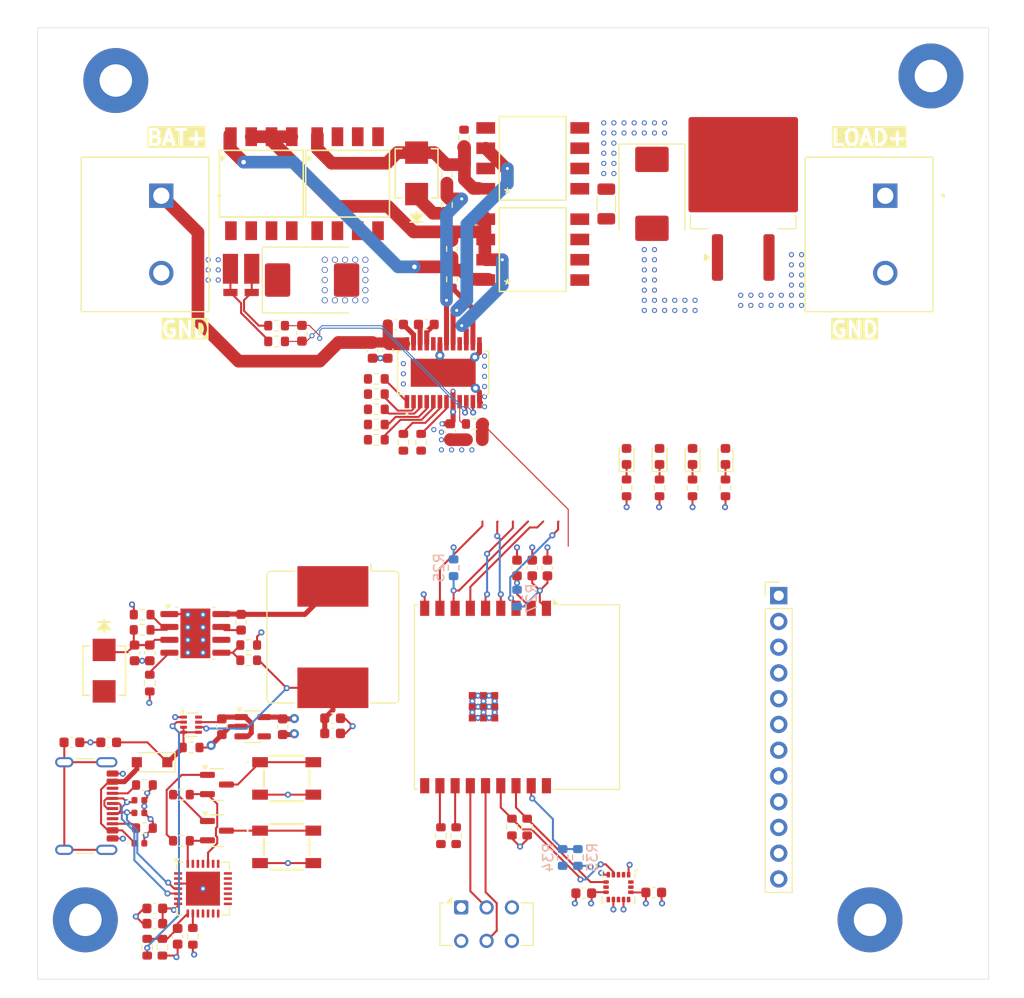
<source format=kicad_pcb>
(kicad_pcb (version 20241229) (generator "pcbnew") (generator_version "9.0")
  (layers (0 "F.Cu" signal) (4 "In1.Cu" power) (6 "In2.Cu" signal) (2 "B.Cu" signal) (13 "F.Paste" user) (15 "B.Paste" user) (5 "F.SilkS" user "F.Silkscreen") (7 "B.SilkS" user "B.Silkscreen") (1 "F.Mask" user) (3 "B.Mask" user) (25 "Edge.Cuts" user))
  (net 0 "")
  (net 1 "/GateDriver/IS_N")
  (net 2 "/GateDriver/IS_P")
  (net 3 "GND")
  (net 4 "Net-(J3-SHIELD)")
  (net 5 "Net-(D10-K)")
  (net 6 "+5V0_USB")
  (net 7 "Net-(U1-BOOT)")
  (net 8 "Net-(U1-SW)")
  (net 9 "+5V0_board")
  (net 10 "+5V0")
  (net 11 "+3V3")
  (net 12 "Net-(U4-VBUS)")
  (net 13 "/MCU/CHIP_PU")
  (net 14 "/MCU/GD_IS")
  (net 15 "BAT+")
  (net 16 "/GateDriver/VCP")
  (net 17 "/GateDriver/CPL")
  (net 18 "/GateDriver/CPH")
  (net 19 "Net-(D1-K)")
  (net 20 "Net-(D2-K)")
  (net 21 "Net-(D3-K)")
  (net 22 "Net-(D4-K)")
  (net 23 "Net-(D5-A1)")
  (net 24 "Net-(D6-A)")
  (net 25 "Net-(D6-K)")
  (net 26 "LOAD+")
  (net 27 "Net-(D11-A1)")
  (net 28 "/DC-DC/USB_DN")
  (net 29 "/DC-DC/USB_DP")
  (net 31 "Net-(J3-CC1)")
  (net 32 "Net-(J3-CC2)")
  (net 34 "/MCU/GD_INT")
  (net 35 "/MOSI")
  (net 36 "/MCU/I2C1_SCL")
  (net 37 "/MISO")
  (net 38 "/MCU/RXD")
  (net 39 "/SCLK")
  (net 40 "/~{CS}")
  (net 41 "/MCU/I2C1_SDA")
  (net 42 "/MCU/THIEF_INT")
  (net 43 "/MCU/TXD")
  (net 44 "/MCU/~{GD_SAFE}")
  (net 45 "/GateDriver/SOURCE_B")
  (net 46 "/GateDriver/SOURCE_A")
  (net 47 "Net-(Q3-D)")
  (net 48 "Net-(Q6-B)")
  (net 49 "Net-(Q5-B)")
  (net 50 "/GateDriver/GATE_A")
  (net 51 "/GateDriver/GATE_B")
  (net 52 "/DC-DC/5V_BUCK_EN")
  (net 53 "Net-(U1-RT)")
  (net 54 "Net-(U1-FB)")
  (net 55 "Net-(U4-~{RST})")
  (net 56 "/MCU/DTR")
  (net 57 "/MCU/RTS")
  (net 58 "Net-(U5-IO21{slash}TXD)")
  (net 59 "Net-(U5-IO20{slash}RXD)")
  (net 60 "/MCU/48V_ADC")
  (net 61 "Net-(U7-CSO)")
  (net 62 "Net-(U7-SAFESTATEN)")
  (net 63 "Net-(U7-INTERRUPT)")
  (net 64 "Net-(U7-SCLK)")
  (net 65 "Net-(U7-CSN)")
  (net 66 "Net-(U7-MOSI)")
  (net 67 "Net-(U7-MISO)")
  (net 68 "Net-(U7-ENABLE)")
  (net 69 "/MCU/GD_EN")
  (net 70 "Net-(SW1B-B)")
  (net 71 "Net-(SW1A-B)")
  (net 72 "/MCU/BEEP_BEEP_BITCH")
  (net 104 "Net-(Q1-G)")
  (footprint "custom_footprints:WSK12161L000FEA" (layer "F.Cu") (at 93.75 81.5)
    (property "Reference" "R6" (hide yes))
    (property "Value" "1m 1% 3W")
  )
  (footprint "Resistor_SMD:R_0603_1608Metric" (layer "F.Cu") (at 115.728991 68 -90)
    (property "Reference" "R13" (hide yes))
    (property "Value" "150k")
  )
  (footprint "Capacitor_SMD:C_0603_1608Metric" (layer "F.Cu") (at 77.075 127.595)
    (property "Reference" "C2" (hide yes))
    (property "Value" "1n")
  )
  (footprint "Capacitor_SMD:C_0603_1608Metric" (layer "F.Cu") (at 116.75 97.75 180)
    (property "Reference" "C17" (hide yes))
    (property "Value" "10nF")
  )
  (footprint "Capacitor_SMD:C_0603_1608Metric" (layer "F.Cu") (at 87.495 146.725 -90)
    (property "Reference" "C11" (hide yes))
    (property "Value" "1u")
  )
  (footprint "Resistor_SMD:R_0603_1608Metric" (layer "F.Cu") (at 84.495 147.8 90)
    (property "Reference" "R23" (hide yes))
    (property "Value" "22.1k")
  )
  (footprint "Resistor_SMD:R_0603_1608Metric" (layer "F.Cu") (at 120.45 135.95 90)
    (property "Reference" "R28" (hide yes))
    (property "Value" "5.1k")
  )
  (footprint "Resistor_SMD:R_0603_1608Metric" (layer "F.Cu") (at 116.746261 96.194452 180)
    (property "Reference" "R36" (hide yes))
    (property "Value" "10k")
  )
  (footprint "Resistor_SMD:R_1206_3216Metric" (layer "F.Cu") (at 129.75 74.5 -90)
    (property "Reference" "R14" (hide yes))
    (property "Value" "1k")
  )
  (footprint "Resistor_SMD:R_0603_1608Metric" (layer "F.Cu") (at 94.5 119.5)
    (property "Reference" "R20" (hide yes))
    (property "Value" "40.2k")
  )
  (footprint "custom_footprints:SQJQ184ER" (layer "F.Cu") (at 122.5 70)
    (property "Reference" "Q4" (hide yes))
    (property "Value" "SQJQ184ER")
  )
  (footprint "Capacitor_SMD:C_0603_1608Metric" (layer "F.Cu") (at 122.45 110.4 90)
    (property "Reference" "C12" (hide yes))
    (property "Value" "10u")
  )
  (footprint "custom_footprints:STPS3L60U" (layer "F.Cu") (at 80.25 120.525 -90)
    (property "Reference" "D10" (hide yes))
    (property "Value" "STPS3L60U")
  )
  (footprint "Capacitor_SMD:C_0603_1608Metric" (layer "F.Cu") (at 102.773537 126.715805)
    (property "Reference" "C8" (hide yes))
    (property "Value" "47u")
  )
  (footprint "Resistor_SMD:R_0603_1608Metric" (layer "F.Cu") (at 114.04 74.59 90)
    (property "Reference" "R8" (hide yes))
    (property "Value" "10")
  )
  (footprint "Resistor_SMD:R_0603_1608Metric" (layer "F.Cu") (at 84 116.5 180)
    (property "Reference" "R17" (hide yes))
    (property "Value" "649k")
  )
  (footprint "Resistor_SMD:R_0603_1608Metric" (layer "F.Cu") (at 87.87 132.755)
    (property "Reference" "R31" (hide yes))
    (property "Value" "10k")
  )
  (footprint "Resistor_SMD:R_0603_1608Metric" (layer "F.Cu") (at 114.95 136.8 90)
    (property "Reference" "R32" (hide yes))
    (property "Value" "0")
  )
  (footprint "custom_footprints:PTS647SK50SMTR2LFS" (layer "F.Cu") (at 98.245 137.905)
    (property "Reference" "SW3" (hide yes))
    (property "Value" "PTS647SN50SMTR2_LFS" (hide yes))
  )
  (footprint "custom_footprints:SQJQ184ER" (layer "F.Cu") (at 95.75 72.5 -90)
    (property "Reference" "Q1" (hide yes))
    (property "Value" "SQJQ184ER")
  )
  (footprint "Resistor_SMD:R_0603_1608Metric" (layer "F.Cu") (at 87.87 137.305)
    (property "Reference" "R30" (hide yes))
    (property "Value" "10k")
  )
  (footprint "custom_footprints:STPS3L60U" (layer "F.Cu") (at 111.05 71.48 90)
    (property "Reference" "D6" (hide yes))
    (property "Value" "STPS3L60U")
  )
  (footprint "Resistor_SMD:R_0603_1608Metric" (layer "F.Cu") (at 114.54 78.93 90)
    (property "Reference" "R12" (hide yes))
    (property "Value" "150k")
  )
  (footprint "Resistor_SMD:R_0603_1608Metric" (layer "F.Cu") (at 84.225 136.055)
    (property "Reference" "R15" (hide yes))
    (property "Value" "5.1k")
  )
  (footprint "Capacitor_SMD:C_0603_1608Metric" (layer "F.Cu") (at 97.85475 126.05475 -90)
    (property "Reference" "C10" (hide yes))
    (property "Value" "1uF")
  )
  (footprint "Capacitor_SMD:C_0603_1608Metric" (layer "F.Cu") (at 83.25 118.775 -90)
    (property "Reference" "C3" (hide yes))
    (property "Value" "4.7u")
  )
  (footprint "Resistor_SMD:R_0603_1608Metric" (layer "F.Cu") (at 111.5 98 90)
    (property "Reference" "R43" (hide yes))
    (property "Value" "1k")
  )
  (footprint "Resistor_SMD:R_0603_1608Metric" (layer "F.Cu") (at 107.085 96.25)
    (property "Reference" "R40" (hide yes))
    (property "Value" "1k")
  )
  (footprint "Resistor_SMD:R_0603_1608Metric" (layer "F.Cu") (at 135 102.5 -90)
    (property "Reference" "R3" (hide yes))
    (property "Value" "2.2k")
  )
  (footprint "Capacitor_SMD:C_0603_1608Metric" (layer "F.Cu") (at 93.75 115.75 -90)
    (property "Reference" "C6" (hide yes))
    (property "Value" "100n")
  )
  (footprint "Capacitor_SMD:C_0603_1608Metric" (layer "F.Cu") (at 85.245 145.475 180)
    (property "Reference" "C22" (hide yes))
    (property "Value" "4.7uF")
  )
  (footprint "Connector_USB:USB_C_Receptacle_GCT_USB4105-xx-A_16P_TopMnt_Horizontal" (layer "F.Cu") (at 77.4 133.875 -90)
    (property "Reference" "J3" (hide yes))
    (property "Value" "USB_C_Receptacle_USB2.0_16P")
  )
  (footprint "Capacitor_SMD:C_0603_1608Metric" (layer "F.Cu") (at 120.95 110.4 90)
    (property "Reference" "C14" (hide yes))
    (property "Value" "1u")
  )
  (footprint "Resistor_SMD:R_0603_1608Metric" (layer "F.Cu") (at 141.5 102.5 -90)
    (property "Reference" "R1" (hide yes))
    (property "Value" "2.2k")
  )
  (footprint "Resistor_SMD:R_0603_1608Metric" (layer "F.Cu") (at 94.5 118 180)
    (property "Reference" "R21" (hide yes))
    (property "Value" "10k")
  )
  (footprint "LED_SMD:LED_0603_1608Metric" (layer "F.Cu") (at 141.5 99.398671 90)
    (property "Reference" "D1" (hide yes))
    (property "Value" "LED")
  )
  (footprint "Resistor_SMD:R_0603_1608Metric" (layer "F.Cu") (at 97.25 88.056879 180)
    (property "Reference" "R5" (hide yes))
    (property "Value" "10")
  )
  (footprint "Resistor_SMD:R_0603_1608Metric" (layer "F.Cu") (at 114.04 71.62 -90)
    (property "Reference" "R10" (hide yes))
    (property "Value" "100")
  )
  (footprint "Resistor_SMD:R_0603_1608Metric" (layer "F.Cu") (at 114.54 81.93 -90)
    (property "Reference" "R11" (hide yes))
    (property "Value" "100")
  )
  (footprint "Button_Switch_THT:SW_CK_JS202011CQN_DPDT_Straight" (layer "F.Cu") (at 115.45 143.875)
    (property "Reference" "SW1" (hide yes))
    (property "Value" "SW_DPDT_x2")
  )
  (footprint "Package_LGA:LGA-16_3x3mm_P0.5mm_LayoutBorder3x5y" (layer "F.Cu") (at 130.95 141.875 -90)
    (property "Reference" "U6" (hide yes))
    (property "Value" "LIS3DH")
  )
  (footprint "Resistor_SMD:R_0603_1608Metric" (layer "F.Cu") (at 88.995 146.725 -90)
    (property "Reference" "R26" (hide yes))
    (property "Value" "1k")
  )
  (footprint "Capacitor_SMD:C_0603_1608Metric" (layer "F.Cu") (at 114.373247 96.954085 -90)
    (property "Reference" "C24" (hide yes))
    (property "Value" "1uF")
  )
  (footprint "Resistor_SMD:R_0603_1608Metric" (layer "F.Cu") (at 113.45 136.8 90)
    (property "Reference" "R33" (hide yes))
    (property "Value" "0")
  )
  (footprint "Resistor_SMD:R_0603_1608Metric" (layer "F.Cu") (at 107.085 91.75)
    (property "Reference" "R37" (hide yes))
    (property "Value" "1k")
  )
  (footprint "Resistor_SMD:R_0603_1608Metric" (layer "F.Cu") (at 84.75 121.75 90)
    (property "Reference" "R19" (hide yes))
    (property "Value" "64.9k")
  )
  (footprint "custom_footprints:1N5819HW-7-F" (layer "F.Cu") (at 84.975 129.555 180)
    (property "Reference" "D12" (hide yes))
    (property "Value" "1N5819")
  )
  (footprint "custom_footprints:PTS647SK50SMTR2LFS" (layer "F.Cu") (at 98.245 131.155)
    (property "Reference" "SW2" (hide yes))
    (property "Value" "PTS647SN50SMTR2_LFS" (hide yes))
  )
  (footprint "Capacitor_SMD:C_0603_1608Metric" (layer "F.Cu") (at 91.85475 126.05475 -90)
    (property "Reference" "C9" (hide yes))
    (property "Value" "1uF")
  )
  (footprint "Capacitor_SMD:C_0603_1608Metric" (layer "F.Cu") (at 85.245 143.975 180)
    (property "Reference" "C23" (hide yes))
    (property "Value" "0.1uF")
  )
  (footprint "Diode_SMD:D_0402_1005Metric" (layer "F.Cu") (at 83.725 133.305)
    (property "Reference" "D13" (hide yes))
    (property "Value" "D_TVS")
  )
  (footprint "Package_TO_SOT_SMD:SOT-23-5" (layer "F.Cu") (at 94.89225 126.05475)
    (property "Reference" "U2" (hide yes))
    (property "Value" "AP2112K-3.3")
  )
  (footprint "Resistor_SMD:R_0603_1608Metric" (layer "F.Cu") (at 121.95 135.95 90)
    (property "Reference" "R29" (hide yes))
    (property "Value" "5.1k")
  )
  (footprint "Connector_PinHeader_2.54mm:PinHeader_1x12_P2.54mm_Vertical" (layer "F.Cu") (at 146.75 113.13)
    (property "Reference" "J5" (hide yes))
    (property "Value" "Conn_01x12")
  )
  (footprint "Package_TO_SOT_SMD:SOT-583-8" (layer "F.Cu") (at 88.81716 125.85475)
    (property "Reference" "U3" (hide yes))
    (property "Value" "TPS2116DRL")
  )
  (footprint "Capacitor_SMD:C_0603_1608Metric" (layer "F.Cu") (at 106.71 88.934999 -90)
    (property "Reference" "C21" (hide yes))
    (property "Value" "4.7uF")
  )
  (footprint "custom_footprints:VB30100S-E38W" (layer "F.Cu") (at 143.25 72.5 90)
    (property "Reference" "D15" (hide yes))
    (property "Value" "D_Schottky_AAK" (hide yes))
  )
  (footprint "Capacitor_SMD:C_0603_1608Metric" (layer "F.Cu") (at 102.773537 125.215805)
    (property "Reference" "C7" (hide yes))
    (property "Value" "47u")
  )
  (footprint "Resistor_SMD:R_0603_1608Metric" (layer "F.Cu") (at 107.085 97.75)
    (property "Reference" "R41" (hide yes))
    (property "Value" "1k")
  )
  (footprint "Capacitor_SMD:C_0603_1608Metric" (layer "F.Cu") (at 84.75 118.775 -90)
    (property "Reference" "C4" (hide yes))
    (property "Value" "100n")
  )
  (footprint "Resistor_SMD:R_0603_1608Metric" (layer "F.Cu") (at 84.225 131.805)
    (property "Reference" "R16" (hide yes))
    (property "Value" "5.1k")
  )
  (footprint "Capacitor_SMD:C_0603_1608Metric" (layer "F.Cu") (at 108.98 86.384999 180)
    (property "Reference" "C19" (hide yes))
    (property "Value" "2.2uF")
  )
  (footprint "Package_SO:Texas_R-PDSO-G8_EP2.95x4.9mm_Mask2.4x3.1mm" (layer "F.Cu") (at 89.245 116.85)
    (property "Reference" "U1" (hide yes))
    (property "Value" "LMR38020SDDAR")
  )
  (footprint "Resistor_SMD:R_0603_1608Metric" (layer "F.Cu") (at 131.75 102.5 -90)
    (property "Reference" "R4" (hide yes))
    (property "Value" "5.1k")
  )
  (footprint "Capacitor_SMD:C_0603_1608Metric" (layer "F.Cu") (at 127.53 142.47 180)
    (property "Reference" "C15" (hide yes))
    (property "Value" "10uF")
  )
  (footprint "Capacitor_SMD:C_0603_1608Metric" (layer "F.Cu") (at 134.425 142.4)
    (property "Reference" "C16" (hide yes))
    (property "Value" "100nF")
  )
  (footprint "Resistor_SMD:R_0603_1608Metric" (layer "F.Cu") (at 107.085 94.75)
    (property "Reference" "R39" (hide yes))
    (property "Value" "1k")
  )
  (footprint "Resistor_SMD:R_0603_1608Metric" (layer "F.Cu") (at 88.82716 128.10475 180)
    (property "Reference" "R22" (hide yes))
    (property "Value" "10k")
  )
  (footprint "Capacitor_SMD:C_0603_1608Metric" (layer "F.Cu") (at 99.75 87.25 -90)
    (property "Reference" "C1" (hide yes))
    (property "Value" "150nF X7R")
  )
  (footprint "MountingHole:MountingHole_3.2mm_M3_Pad_TopBottom" (layer "F.Cu") (at 81.4 62.325)
    (property "Reference" "H6" (hide yes))
    (property "Value" "MountingHole_Pad")
  )
  (footprint "Package_DFN_QFN:QFN-28-1EP_5x5mm_P0.5mm_EP3.35x3.35mm" (layer "F.Cu") (at 89.995 142.025)
    (property "Reference" "U4" (hide yes))
    (property "Value" "CP2102N-Axx-xQFN28")
  )
  (footprint "custom_footprints:ESP32-C3-WROOM" (layer "F.Cu") (at 118.15 123.635 -90)
    (property "Reference" "U5" (hide yes))
    (property "Value" "ESP32-C3-WROOM-02")
  )
  (footprint "Resistor_SMD:R_0603_1608Metric" (layer "F.Cu") (at 84 115)
    (property "Reference" "R18" (hide yes))
    (property "Value" "200k")
  )
  (footprint "LED_SMD:LED_0603_1608Metric" (layer "F.Cu") (at 131.75 99.398671 90)
    (property "Reference" "D4" (hide yes))
    (property "Value" "LED")
  )
  (footprint "Resistor_SMD:R_0603_1608Metric" (layer "F.Cu") (at 107.085 93.25)
    (property "Reference" "R38" (hide yes))
    (property "Value" "1k")
  )
  (footprint "Package_TO_SOT_SMD:SOT-23" (layer "F.Cu") (at 91.37 136.305)
    (property "Reference" "Q6" (hide yes))
    (property "Value" "MMBT3904")
  )
  (footprint "custom_footprints:SQJQ184ER" (layer "F.Cu") (at 104.25 72.5 -90)
    (property "Reference" "Q2" (hide yes))
    (property "Value" "SQJQ184ER")
  )
  (footprint "MountingHole:MountingHole_3.2mm_M3_Pad_TopBottom" (layer "F.Cu") (at 161.75 61.875)
    (property "Reference" "H7" (hide yes))
    (property "Value" "MountingHole_Pad")
  )
  (footprint "MountingHole:MountingHole_3.2mm_M3_Pad_TopBottom" (layer "F.Cu") (at 78.4 145.1)
    (property "Reference" "H5" (hide yes))
    (property "Value" "MountingHole_Pad")
  )
  (footprint "Diode_SMD:D_SMC" (layer "F.Cu") (at 100.75 82)
    (property "Reference" "D5" (hide yes))
    (property "Value" "SMCJ51CA")
  )
  (footprint "Inductor_SMD:L_Bourns_SRR1208_12.7x12.7mm" (layer "F.Cu") (at 102.798537 117.215805 -90)
    (property "Reference" "L1" (hide yes))
    (property "Value" "15u")
  )
  (footprint "MountingHole:MountingHole_3.2mm_M3_Pad_TopBottom" (layer "F.Cu") (at 155.75 145.1)
    (property "Reference" "H8" (hide yes))
    (property "Value" "MountingHole_Pad" (hide yes))
  )
  (footprint "Diode_SMD:D_0402_1005Metric" (layer "F.Cu") (at 83.725 137.555)
    (property "Reference" "D11" (hide yes))
    (property "Value" "D_TVS")
  )
  (footprint "LED_SMD:LED_0603_1608Metric" (layer "F.Cu") (at 138.254684 99.398671 90)
    (property "Reference" "D2" (hide yes))
    (property "Value" "LED")
  )
  (footprint "Capacitor_SMD:C_0603_1608Metric" (layer "F.Cu") (at 108.21 88.934999 -90)
    (property "Reference" "C18" (hide yes))
    (property "Value" "220nF")
  )
  (footprint "LED_SMD:LED_0603_1608Metric" (layer "F.Cu") (at 135 99.398671 90)
    (property "Reference" "D3" (hide yes))
    (property "Value" "LED")
  )
  (footprint "Resistor_SMD:R_0603_1608Metric" (layer "F.Cu") (at 109.75 98 90)
    (property "Reference" "R42" (hide yes))
    (property "Value" "1k")
  )
  (footprint "Package_TO_SOT_SMD:SOT-23" (layer "F.Cu") (at 91.37 131.755)
    (property "Reference" "Q5" (hide yes))
    (property "Value" "MMBT3904")
  )
  (footprint "custom_footprints:CUI_TB005-762-02BE" (layer "F.Cu") (at 85.8875 73.69 -90)
    (property "Reference" "J1" (hide yes))
    (property "Value" "TB005-762-02BE")
  )
  (footprint "custom_footprints:SQJQ184ER" (layer "F.Cu") (at 122.5 79)
    (property "Reference" "Q3" (hide yes))
    (property "Value" "SQJQ184ER")
  )
  (footprint "Resistor_SMD:R_0603_1608Metric" (layer "F.Cu") (at 85.995 147.8 90)
    (property "Reference" "R24" (hide yes))
    (property "Value" "47.5k")
  )
  (footprint "custom_footprints:2ed4820emxuma2" (layer "F.Cu") (at 113.675002 91.144999 90)
    (property "Reference" "U7" (hide yes))
    (property "Value" "2ED4820EMXUMA2")
  )
  (footprint "Capacitor_SMD:C_0603_1608Metric" (layer "F.Cu") (at 112.01 86.384999 180)
    (property "Reference" "C20" (hide yes))
    (property "Value" "220nF")
  )
  (footprint "Capacitor_SMD:C_0603_1608Metric" (layer "F.Cu") (at 123.95 110.4 90)
    (property "Reference" "C13" (hide yes))
    (property "Value" "0.1u")
  )
  (footprint "Capacitor_SMD:C_0603_1608Metric" (layer "F.Cu") (at 80.7 127.595)
    (property "Reference" "C5" (hide yes))
    (property "Value" "10u")
  )
  (footprint "Diode_SMD:D_0402_1005Metric" (layer "F.Cu") (at 83.725 134.555)
    (property "Reference" "D14" (hide yes))
    (property "Value" "D_TVS")
  )
  (footprint "Diode_SMD:D_SMC" (layer "F.Cu") (at 134.25 73.5 -90)
    (property "Reference" "D8" (hide yes))
    (property "Value" "SMCJ51CA")
  )
  (footprint "Resistor_SMD:R_0603_1608Metric" (layer "F.Cu") (at 97.25 86.5 180)
    (property "Reference" "R7" (hide yes))
    (property "Value" "10")
  )
  (footprint "Resistor_SMD:R_0603_1608Metric" (layer "F.Cu") (at 138.25 102.5 -90)
    (property "Reference" "R2" (hide yes))
    (property "Value" "5.1k")
  )
  (footprint "custom_footprints:CUI_TB005-762-02BE" (layer "F.Cu") (at 157.25 73.69 -90)
    (property "Reference" "J2" (hide yes))
    (property "Value" "TB005-762-02BE")
  )
  (footprint "Resistor_SMD:R_0603_1608Metric" (layer "B.Cu") (at 126.95 138.95 90)
    (property "Reference" "R35")
    (property "Value" "3.7k")
  )
  (footprint "Resistor_SMD:R_0603_1608Metric" (layer "B.Cu") (at 125.45 138.95 -90)
    (property "Reference" "R34")
    (property "Value" "75k")
  )
  (footprint "Resistor_SMD:R_0603_1608Metric" (layer "B.Cu") (at 120.95 113.375 90)
    (property "Reference" "R27")
    (property "Value" "10k")
  )
  (footprint "Resistor_SMD:R_0603_1608Metric" (layer "B.Cu") (at 114.7 110.375 -90)
    (property "Reference" "R25")
    (property "Value" "10k")
  )
  (gr_rect (start 73.7 57.125) (end 167.45 150.95) (stroke (width 0.05)) (fill no) (layer "Edge.Cuts"))
  (gr_text "BAT+" (at 84.2875 68.837789 0) (layer "F.SilkS" knockout) (effects (font (size 1.5 1.5) (thickness 0.3) (bold yes)) (justify left bottom)))
  (gr_text "GND" (at 151.75 87.750289 0) (layer "F.SilkS" knockout) (effects (font (size 1.5 1.5) (thickness 0.3) (bold yes)) (justify left bottom)))
  (gr_text "GND" (at 85.75 87.750289 0) (layer "F.SilkS" knockout) (effects (font (size 1.5 1.5) (thickness 0.3) (bold yes)) (justify left bottom)))
  (gr_text "LOAD+" (at 151.75 68.837789 0) (layer "F.SilkS" knockout) (effects (font (size 1.5 1.5) (thickness 0.3) (bold yes)) (justify left bottom)))
  (segment (start 100.475 86.475) (end 101.5 87.5) (width 0.1) (layer "F.Cu") (net 1))
  (segment (start 115.950001 94.947) (end 115.950001 94) (width 0.2) (layer "F.Cu") (net 1))
  (segment (start 99.725 86.5) (end 99.75 86.475) (width 0.1) (layer "F.Cu") (net 1))
  (segment (start 98.075 86.5) (end 99.725 86.5) (width 0.1) (layer "F.Cu") (net 1))
  (segment (start 99.75 86.475) (end 100.475 86.475) (width 0.1) (layer "F.Cu") (net 1))
  (segment (start 101.5 87.5) (end 101.5 87.75) (width 0.1) (layer "F.Cu") (net 1))
  (segment (start 115.827 95.070001) (end 115.950001 94.947) (width 0.2) (layer "F.Cu") (net 1))
  (via (at 101.5 87.75) (size 0.5) (drill 0.3) (layers "F.Cu" "B.Cu") (net 1))
  (via (at 115.827 95.070001) (size 0.6) (drill 0.3) (layers "F.Cu" "B.Cu") (net 1))
  (segment (start 101.5 86.999999) (end 101.749999 86.75) (width 0.1) (layer "B.Cu") (net 1))
  (segment (start 107.550709 86.75) (end 115.827 95.026291) (width 0.1) (layer "B.Cu") (net 1))
  (segment (start 101.749999 86.75) (end 107.550709 86.75) (width 0.1) (layer "B.Cu") (net 1))
  (segment (start 101.5 87.75) (end 101.5 86.999999) (width 0.1) (layer "B.Cu") (net 1))
  (segment (start 115.827 95.026291) (end 115.827 95.070001) (width 0.1) (layer "B.Cu") (net 1))
  (segment (start 98.075 88.056879) (end 99.718121 88.056879) (width 0.1) (layer "F.Cu") (net 2))
  (segment (start 116.627003 95.062002) (end 116.6 95.034999) (width 0.2) (layer "F.Cu") (net 2))
  (segment (start 100.225 88.025) (end 99.75 88.025) (width 0.1) (layer "F.Cu") (net 2))
  (segment (start 100.739942 87.510058) (end 100.225 88.025) (width 0.1) (layer "F.Cu") (net 2))
  (segment (start 99.718121 88.056879) (end 99.75 88.025) (width 0.1) (layer "F.Cu") (net 2))
  (segment (start 100.739942 87.489942) (end 100.739942 87.510058) (width 0.1) (layer "F.Cu") (net 2))
  (segment (start 116.6 95.034999) (end 116.6 94) (width 0.2) (layer "F.Cu") (net 2))
  (via (at 100.739942 87.489942) (size 0.5) (drill 0.3) (layers "F.Cu" "B.Cu") (net 2))
  (via (at 116.627003 95.062002) (size 0.6) (drill 0.3) (layers "F.Cu" "B.Cu") (net 2))
  (segment (start 101.729885 86.5) (end 107.570823 86.5) (width 0.1) (layer "B.Cu") (net 2))
  (segment (start 115.570823 94.5) (end 116.065001 94.5) (width 0.1) (layer "B.Cu") (net 2))
  (segment (start 107.570823 86.5) (end 115.570823 94.5) (width 0.1) (layer "B.Cu") (net 2))
  (segment (start 100.739942 87.489942) (end 101.729885 86.5) (width 0.1) (layer "B.Cu") (net 2))
  (segment (start 116.065001 94.5) (end 116.627003 95.062002) (width 0.1) (layer "B.Cu") (net 2))
  (segment (start 129.425 140.65) (end 129.25 140.475) (width 0.2) (layer "F.Cu") (net 3))
  (segment (start 113.343998 89.441933) (end 113.350004 89.435927) (width 0.5) (layer "F.Cu") (net 3))
  (segment (start 135 104.353355) (end 134.954684 104.398671) (width 0.2) (layer "F.Cu") (net 3))
  (segment (start 135.2 143.425) (end 135.25 143.475) (width 0.2) (layer "F.Cu") (net 3))
  (segment (start 95.325 118) (end 95.325 117.175) (width 0.2) (layer "F.Cu") (net 3))
  (segment (start 81.08 137.075) (end 82.08 137.075) (width 0.2) (layer "F.Cu") (net 3))
  (segment (start 104 126.75) (end 103.582732 126.75) (width 0.2) (layer "F.Cu") (net 3))
  (segment (start 103.582732 125.25) (end 103.548537 125.215805) (width 0.2) (layer "F.Cu") (net 3))
  (segment (start 84.075 145.475) (end 83.375 144.775) (width 0.2) (layer "F.Cu") (net 3))
  (segment (start 113.343998 89.441933) (end 113.350004 89.447939) (width 0.5) (layer "F.Cu") (net 3))
  (segment (start 82.08 130.675) (end 82.1 130.695) (width 0.2) (layer "F.Cu") (net 3))
  (segment (start 84.355 136.75) (end 85.05 136.055) (width 0.2) (layer "F.Cu") (net 3))
  (segment (start 89.65216 128.10475) (end 90.59525 128.10475) (width 0.2) (layer "F.Cu") (net 3))
  (segment (start 126.755 142.47) (end 126.755 143.37) (width 0.2) (layer "F.Cu") (net 3))
  (segment (start 84.5 133.015) (end 84.21 133.305) (width 0.2) (layer "F.Cu") (net 3))
  (segment (start 85.05 135.395) (end 84.825 135.17) (width 0.2) (layer "F.Cu") (net 3))
  (segment (start 81.08 130.675) (end 82.08 130.675) (width 0.2) (layer "F.Cu") (net 3))
  (segment (start 84.21 137.555) (end 84.21 136.895) (width 0.2) (layer "F.Cu") (net 3))
  (segment (start 84.21 133.895) (end 84.21 134.555) (width 0.2) (layer "F.Cu") (net 3))
  (segment (start 84.175 143.975) (end 83.375 144.775) (width 0.2) (layer "F.Cu") (net 3))
  (segment (start 111.85 113.1) (end 111.75 113) (width 0.2) (layer "F.Cu") (net 3))
  (segment (start 138.25 104.393987) (end 138.254684 104.398671) (width 0.2) (layer "F.Cu") (net 3))
  (segment (start 117.250001 94) (end 117.250001 93.064001) (width 0.5) (layer "F.Cu") (net 3))
  (segment (start 116.787501 89.607498) (end 116.931898 89.463101) (width 0.5) (layer "F.Cu") (net 3))
  (segment (start 115.975 97.75) (end 114.394162 97.75) (width 1.25) (layer "F.Cu") (net 3))
  (segment (start 104.75 126) (end 104 125.25) (width 0.2) (layer "F.Cu") (net 3))
  (segment (start 85.05 136.055) (end 85.05 135.395) (width 0.2) (layer "F.Cu") (net 3))
  (segment (start 84.7 123.7) (end 84.7 123.5) (width 0.2) (layer "F.Cu") (net 3))
  (segment (start 87.495 148.655) (end 87.375 148.775) (width 0.2) (layer "F.Cu") (net 3))
  (segment (start 84.7 123.5) (end 84.75 123.45) (width 0.2) (layer "F.Cu") (net 3))
  (segment (start 85.05 132.045) (end 84.5 132.595) (width 0.2) (layer "F.Cu") (net 3))
  (segment (start 122.45 109.625) (end 122.45 108.375) (width 0.2) (layer "F.Cu") (net 3))
  (segment (start 116.853002 92.667003) (end 115.330999 91.144999) (width 0.5) (layer "F.Cu") (net 3))
  (segment (start 84 119.55) (end 84.75 119.55) (width 0.2) (layer "F.Cu") (net 3))
  (segment (start 115.330999 91.144999) (end 113.675002 91.144999) (width 0.5) (layer "F.Cu") (net 3))
  (segment (start 85.995 148.625) (end 87.225 148.625) (width 0.2) (layer "F.Cu") (net 3))
  (segment (start 138.25 103.325) (end 138.25 104.393987) (width 0.2) (layer "F.Cu") (net 3))
  (segment (start 78.9 127.595) (end 79.925 127.595) (width 0.2) (layer "F.Cu") (net 3))
  (segment (start 82.08 137.075) (end 82.1 137.095) (width 0.2) (layer "F.Cu") (net 3))
  (segment (start 131.75 103.325) (end 131.75 104.393987) (width 0.2) (layer "F.Cu") (net 3))
  (segment (start 95.325 117.175) (end 95.75 116.75) (width 0.2) (layer "F.Cu") (net 3))
  (segment (start 84.825 135.17) (end 84.21 134.555) (width 0.2) (layer "F.Cu") (net 3))
  (segment (start 91.85475 126.82975) (end 91.85475 126.84525) (width 0.5) (layer "F.Cu") (net 3))
  (segment (start 84.47 143.975) (end 84.175 143.975) (width 0.2) (layer "F.Cu") (net 3))
  (segment (start 103.582732 126.75) (end 103.548537 126.715805) (width 0.2) (layer "F.Cu") (net 3))
  (segment (start 84.21 133.305) (end 84.21 133.895) (width 0.2) (layer "F.Cu") (net 3))
  (segment (start 111.85 114.375) (end 111.85 113.1) (width 0.2) (layer "F.Cu") (net 3))
  (segment (start 117.250001 88.289998) (end 117.250001 89.144998) (width 0.5) (layer "F.Cu") (net 3))
  (segment (start 86.6825 114.945) (end 88.445 114.945) (width 0.2) (layer "F.Cu") (net 3))
  (segment (start 131.75 104.393987) (end 131.754684 104.398671) (width 0.2) (layer "F.Cu") (net 3))
  (segment (start 87.495 147.5) (end 87.495 148.655) (width 0.2) (layer "F.Cu") (net 3))
  (segment (start 87.545 141.525) (end 89.495 141.525) (width 0.2) (layer "F.Cu") (net 3))
  (segment (start 84.21 136.895) (end 84.355 136.75) (width 0.2) (layer "F.Cu") (net 3))
  (segment (start 141.5 104.353355) (end 141.454684 104.398671) (width 0.2) (layer "F.Cu") (net 3))
  (segment (start 88.07716 125.10475) (end 87.25475 125.10475) (width 0.2) (layer "F.Cu") (net 3))
  (segment (start 104 125.25) (end 103.582732 125.25) (width 0.2) (layer "F.Cu") (net 3))
  (segment (start 115.25 91.144999) (end 116.787501 89.607498) (width 0.5) (layer "F.Cu") (net 3))
  (segment (start 88.445 114.945) (end 88.5 115) (width 0.2) (layer "F.Cu") (net 3))
  (segment (start 83.25 119.55) (end 84 119.55) (width 0.2) (layer "F.Cu") (net 3))
  (segment (start 113.350004 89.435927) (end 113.350004 88.289998) (width 0.5) (layer "F.Cu") (net 3))
  (segment (start 113.350004 90.820001) (end 113.675002 91.144999) (width 0.5) (layer "F.Cu") (net 3))
  (segment (start 106.71 89.709999) (end 108.21 89.709999) (width 0.5) (layer "F.Cu") (net 3))
  (segment (start 95.62 132.755) (end 100.87 132.755) (width 0.2) (layer "F.Cu") (net 3))
  (segment (start 84.5 132.595) (end 84.5 133.015) (width 0.2) (layer "F.Cu") (net 3))
  (segment (start 141.5 103.325) (end 141.5 104.353355) (width 0.2) (layer "F.Cu") (net 3))
  (segment (start 95.62 139.505) (end 100.87 139.505) (width 0.2) (layer "F.Cu") (net 3))
  (segment (start 78.9 127.595) (end 77.85 127.595) (width 0.2) (layer "F.Cu") (net 3))
  (segment (start 130.45 143.1) (end 130.45 144.075) (width 0.2) (layer "F.Cu") (net 3))
  (segment (start 117.250001 94) (end 117.350004 94.100003) (width 0.5) (layer "F.Cu") (net 3))
  (segment (start 114.394162 97.75) (end 114.373247 97.729085) (width 1.25) (layer "F.Cu") (net 3))
  (segment (start 93.75475 126.05475) (end 92.62975 126.05475) (width 0.5) (layer "F.Cu") (net 3))
  (segment (start 135 103.325) (end 135 104.353355) (width 0.2) (layer "F.Cu") (net 3))
  (segment (start 87.225 148.625) (end 87.375 148.775) (width 0.2) (layer "F.Cu") (net 3))
  (segment (start 129.95 140.65) (end 129.425 140.65) (width 0.2) (layer "F.Cu") (net 3))
  (segment (start 97.85475 126.82975) (end 98.92025 126.82975) (width 0.5) (layer "F.Cu") (net 3))
  (segment (start 90.59525 128.10475) (end 90.8 127.9) (width 0.2) (layer "F.Cu") (net 3))
  (segment (start 84.47 145.475) (end 84.075 145.475) (width 0.2) (layer "F.Cu") (net 3))
  (segment (start 123.95 109.625) (end 123.95 108.375) (width 0.2) (layer "F.Cu") (net 3))
  (segment (start 89.495 141.525) (end 89.995 142.025) (width 0.2) (layer "F.Cu") (net 3))
  (segment (start 84.75 123.45) (end 84.75 122.575) (width 0.2) (layer "F.Cu") (net 3))
  (segment (start 91.85475 126.84525) (end 90.8 127.9) (width 0.5) (layer "F.Cu") (net 3))
  (segment (start 120.95 109.625) (end 120.95 108.375) (width 0.2) (layer "F.Cu") (net 3))
  (segment (start 113.350004 89.447939) (end 113.350004 90.820001) (width 0.5) (layer "F.Cu") (net 3))
  (segment (start 98.92025 126.82975) (end 99 126.75) (width 0.2) (layer "F.Cu") (net 3))
  (segment (start 117.053002 92.867003) (end 116.853002 92.667003) (width 0.5) (layer "F.Cu") (net 3))
  (segment (start 131.45 143.1) (end 131.45 144.075) (width 0.2) (layer "F.Cu") (net 3))
  (segment (start 85.05 131.805) (end 85.05 132.045) (width 0.2) (layer "F.Cu") (net 3))
  (segment (start 83.175 115) (end 83.175 114.175) (width 0.2) (layer "F.Cu") (net 3))
  (segment (start 135.2 142.4) (end 135.2 143.425) (width 0.2) (layer "F.Cu") (net 3))
  (segment (start 126.755 143.37) (end 126.65 143.475) (width 0.2) (layer "F.Cu") (net 3))
  (segment (start 104.75 126) (end 104 126.75) (width 0.2) (layer "F.Cu") (net 3))
  (segment (start 83.175 114.175) (end 83 114) (width 0.2) (layer "F.Cu") (net 3))
  (segment (start 92.62975 126.05475) (end 91.85475 126.82975) (width 0.5) (layer "F.Cu") (net 3))
  (segment (start 117.250001 93.064001) (end 117.053002 92.867003) (width 0.5) (layer "F.Cu") (net 3))
  (segment (start 117.250001 89.144998) (end 116.931898 89.463101) (width 0.5) (layer "F.Cu") (net 3))
  (segment (start 113.675002 91.144999) (end 115.25 91.144999) (width 0.5) (layer "F.Cu") (net 3))
  (via (at 103 80) (size 0.6) (drill 0.45) (layers "F.Cu" "B.Cu") (net 3))
  (via (at 148 79.5) (size 0.5) (drill 0.3) (layers "F.Cu" "B.Cu") (net 3))
  (via (at 84.5 132.595) (size 0.6) (drill 0.3) (layers "F.Cu" "B.Cu") (net 3))
  (via (at 133.5 83) (size 0.5) (drill 0.3) (layers "F.Cu" "B.Cu") (net 3))
  (via (at 135.5 85) (size 0.5) (drill 0.3) (layers "F.Cu" "B.Cu") (net 3))
  (via (at 138.5 84) (size 0.5) (drill 0.3) (layers "F.Cu" "B.Cu") (net 3))
  (via (at 130.45 144.075) (size 0.6) (drill 0.3) (layers "F.Cu" "B.Cu") (net 3))
  (via (at 117.75 92.5) (size 0.5) (drill 0.3) (layers "F.Cu" "B.Cu") (net 3))
  (via (at 116.55 124.635) (size 0.6) (drill 0.3) (layers "F.Cu" "B.Cu") (net 3))
  (via (at 88.5 117.5) (size 0.6) (drill 0.3) (layers "F.Cu" "B.Cu") (net 3))
  (via (at 104 84) (size 0.6) (drill 0.45) (layers "F.Cu" "B.Cu") (net 3))
  (via (at 136.5 84) (size 0.5) (drill 0.3) (layers "F.Cu" "B.Cu") (net 3))
  (via (at 137.5 85) (size 0.5) (drill 0.3) (layers "F.Cu" "B.Cu") (net 3))
  (via (at 128.2 139.875) (size 0.6) (drill 0.3) (layers "F.Cu" "B.Cu") (net 3))
  (via (at 87.25475 125.10475) (size 0.6) (drill 0.3) (layers "F.Cu" "B.Cu") (net 3))
  (via (at 88.5 118.75) (size 0.6) (drill 0.3) (layers "F.Cu" "B.Cu") (net 3))
  (via (at 102 80) (size 0.6) (drill 0.45) (layers "F.Cu" "B.Cu") (net 3))
  (via (at 84.21 133.895) (size 0.6) (drill 0.3) (layers "F.Cu" "B.Cu") (net 3))
  (via (at 113.5 97.75) (size 0.5) (drill 0.3) (layers "F.Cu" "B.Cu") (net 3))
  (via (at 149 80.5) (size 0.5) (drill 0.3) (layers "F.Cu" "B.Cu") (net 3))
  (via (at 133.5 85) (size 0.5) (drill 0.3) (layers "F.Cu" "B.Cu") (net 3))
  (via (at 78.9 127.595) (size 0.6) (drill 0.3) (layers "F.Cu" "B.Cu") (net 3))
  (via (at 103 84) (size 0.6) (drill 0.45) (layers "F.Cu" "B.Cu") (net 3))
  (via (at 98.37 132.755) (size 0.6) (drill 0.3) (layers "F.Cu" "B.Cu") (net 3))
  (via (at 118.2 124.085) (size 0.6) (drill 0.3) (layers "F.Cu" "B.Cu") (net 3))
  (via (at 117.75 93.5) (size 0.5) (drill 0.3) (layers "F.Cu" "B.Cu") (net 3))
  (via (at 133.5 84) (size 0.5) (drill 0.3) (layers "F.Cu" "B.Cu") (net 3))
  (via (at 84.7 123.7) (size 0.6) (drill 0.3) (layers "F.Cu" "B.Cu") (net 3))
  (via (at 106 80) (size 0.6) (drill 0.45) (layers "F.Cu" "B.Cu") (net 3))
  (via (at 117.65 123.535) (size 0.6) (drill 0.3) (layers "F.Cu" "B.Cu") (net 3))
  (via (at 90 116.25) (size 0.6) (drill 0.3) (layers "F.Cu" "B.Cu") (net 3))
  (via (at 144 83.5) (size 0.5) (drill 0.3) (layers "F.Cu" "B.Cu") (net 3))
  (via (at 145 83.5) (size 0.5) (drill 0.3) (layers "F.Cu" "B.Cu") (net 3))
  (via (at 116.55 123.535) (size 0.6) (drill 0.3) (layers "F.Cu" "B.Cu") (net 3))
  (via (at 114.5 98.75) (size 0.5) (drill 0.3) (layers "F.Cu" "B.Cu") (net 3))
  (via (at 116.5 98.75) (size 0.5) (drill 0.3) (layers "F.Cu" "B.Cu") (net 3))
  (via (at 113.5 98.75) (size 0.5) (drill 0.3) (layers "F.Cu" "B.Cu") (net 3))
  (via (at 138.254684 104.398671) (size 0.6) (drill 0.3) (layers "F.Cu" "B.Cu") (net 3))
  (via (at 107.49 89.709999) (size 0.6) (drill 0.3) (layers "F.Cu" "B.Cu") (net 3))
  (via (at 117.75 91.5) (size 0.5) (drill 0.3) (layers "F.Cu" "B.Cu") (net 3))
  (via (at 109.75 92.25) (size 0.5) (drill 0.3) (layers "F.Cu" "B.Cu") (net 3))
  (via (at 90 118.75) (size 0.6) (drill 0.3) (layers "F.Cu" "B.Cu") (net 3))
  (via (at 122.45 108.375) (size 0.6) (drill 0.3) (layers "F.Cu" "B.Cu") (net 3))
  (via (at 136.5 85) (size 0.5) (drill 0.3) (layers "F.Cu" "B.Cu") (net 3))
  (via (at 148 80.5) (size 0.5) (drill 0.3) (layers "F.Cu" "B.Cu") (net 3))
  (via (at 138.5 85) (size 0.5) (drill 0.3) (layers "F.Cu" "B.Cu") (net 3))
  (via (at 102 82) (size 0.6) (drill 0.45) (layers "F.Cu" "B.Cu") (net 3))
  (via (at 143 84.5) (size 0.5) (drill 0.3) (layers "F.Cu" "B.Cu") (net 3))
  (via (at 117.1 125.185) (size 0.6) (drill 0.3) (layers "F.Cu" "B.Cu") (net 3))
  (via (at 117.75 90.5) (size 0.5) (drill 0.3) (layers "F.Cu" "B.Cu") (net 3))
  (via (at 95.75 116.75) (size 0.6) (drill 0.3) (layers "F.Cu" "B.Cu") (net 3))
  (via (at 144 84.5) (size 0.5) (drill 0.3) (layers "F.Cu" "B.Cu") (net 3))
  (via (at 117.75 89.5) (size 0.5) (drill 0.3) (layers "F.Cu" "B.Cu") (net 3))
  (via (at 111.75 113) (size 0.6) (drill 0.3) (layers "F.Cu" "B.Cu") (net 3))
  (via (at 113.343998 89.441933) (size 0.9) (drill 0.45) (layers "F.Cu" "B.Cu") (net 3))
  (via (at 117.65 124.635) (size 0.6) (drill 0.3) (layers "F.Cu" "B.Cu") (net 3))
  (via (at 90 117.5) (size 0.6) (drill 0.3) (layers "F.Cu" "B.Cu") (net 3))
  (via (at 98.37 139.505) (size 0.6) (drill 0.3) (layers "F.Cu" "B.Cu") (net 3))
  (via (at 133.5 79) (size 0.5) (drill 0.3) (layers "F.Cu" "B.Cu") (net 3))
  (via (at 87.375 148.775) (size 0.6) (drill 0.3) (layers "F.Cu" "B.Cu") (net 3))
  (via (at 90.8 127.9) (size 0.9) (drill 0.45) (layers "F.Cu" "B.Cu") (net 3))
  (via (at 133.5 80) (size 0.5) (drill 0.3) (layers "F.Cu" "B.Cu") (net 3))
  (via (at 104 80) (size 0.6) (drill 0.45) (layers "F.Cu" "B.Cu") (net 3))
  (via (at 102 83) (size 0.6) (drill 0.45) (layers "F.Cu" "B.Cu") (net 3))
  (via (at 148 81.5) (size 0.5) (drill 0.3) (layers "F.Cu" "B.Cu") (net 3))
  (via (at 117.1 122.985) (size 0.6) (drill 0.3) (layers "F.Cu" "B.Cu") (net 3))
  (via (at 134.5 80) (size 0.5) (drill 0.3) (layers "F.Cu" "B.Cu") (net 3))
  (via (at 133.5 81) (size 0.5) (drill 0.3) (layers "F.Cu" "B.Cu") (net 3))
  (via (at 118.75 124.635) (size 0.6) (drill 0.3) (layers "F.Cu" "B.Cu") (net 3))
  (via (at 106 82) (size 0.6) (drill 0.45) (layers "F.Cu" "B.Cu") (net 3))
  (via (at 133.5 82) (size 0.5) (drill 0.3) (layers "F.Cu" "B.Cu") (net 3))
  (via (at 104.75 126) (size 0.6) (drill 0.3) (layers "F.Cu" "B.Cu") (net 3))
  (via (at 131.754684 104.398671) (size 0.6) (drill 0.3) (layers "F.Cu" "B.Cu") (net 3))
  (via (at 146 83.5) (size 0.5) (drill 0.3) (layers "F.Cu" "B.Cu") (net 3))
  (via (at 83.375 144.775) (size 0.6) (drill 0.3) (layers "F.Cu" "B.Cu") (net 3))
  (via (at 143 83.5) (size 0.5) (drill 0.3) (layers "F.Cu" "B.Cu") (net 3))
  (via (at 149 82.5) (size 0.5) (drill 0.3) (layers "F.Cu" "B.Cu") (net 3))
  (via (at 131.45 144.075) (size 0.6) (drill 0.3) (layers "F.Cu" "B.Cu") (net 3))
  (via (at 109.75 91.25) (size 0.5) (drill 0.3) (layers "F.Cu" "B.Cu") (net 3))
  (via (at 118.75 123.535) (size 0.6) (drill 0.3) (layers "F.Cu" "B.Cu") (net 3))
  (via (at 148 82.5) (size 0.5) (drill 0.3) (layers "F.Cu" "B.Cu") (net 3))
  (via (at 117.75 94.5) (size 0.5) (drill 0.3) (layers "F.Cu" "B.Cu") (net 3))
  (via (at 146 84.5) (size 0.5) (drill 0.3) (layers "F.Cu" "B.Cu") (net 3))
  (via (at 88.5 115) (size 0.6) (drill 0.3) (layers "F.Cu" "B.Cu") (net 3))
  (via (at 116.787501 89.607498) (size 0.9) (drill 0.45) (layers "F.Cu" "B.Cu") (net 3))
  (via (at 105 84) (size 0.6) (drill 0.45) (layers "F.Cu" "B.Cu") (net 3))
  (via (at 116.853002 92.667003) (size 0.9) (drill 0.45) (layers "F.Cu" "B.Cu") (net 3))
  (via (at 115.5 98.75) (size 0.5) (drill 0.3) (layers "F.Cu" "B.Cu") (net 3))
  (via (at 84.825 135.17) (size 0.6) (drill 0.3) (layers "F.Cu" "B.Cu") (net 3))
  (via (at 134.5 81) (size 0.5) (drill 0.3) (layers "F.Cu" "B.Cu") (net 3))
  (via (at 82.1 137.095) (size 0.6) (drill 0.3) (layers "F.Cu" "B.Cu") (net 3))
  (via (at 134.954684 104.398671) (size 0.6) (drill 0.3) (layers "F.Cu" "B.Cu") (net 3))
  (via (at 106 83) (size 0.6) (drill 0.45) (layers "F.Cu" "B.Cu") (net 3))
  (via (at 148 83.5) (size 0.5) (drill 0.3) (layers "F.Cu" "B.Cu") (net 3))
  (via (at 135.5 84) (size 0.5) (drill 0.3) (layers "F.Cu" "B.Cu") (net 3))
  (via (at 82.1 130.695) (size 0.6) (drill 0.3) (layers "F.Cu" "B.Cu") (net 3))
  (via (at 137.5 84) (size 0.5) (drill 0.3) (layers "F.Cu" "B.Cu") (net 3))
  (via (at 83 114) (size 0.6) (drill 0.3) (layers "F.Cu" "B.Cu") (net 3))
  (via (at 147 83.5) (size 0.5) (drill 0.3) (layers "F.Cu" "B.Cu") (net 3))
  (via (at 149 83.5) (size 0.5) (drill 0.3) (layers "F.Cu" "B.Cu") (net 3))
  (via (at 149 79.5) (size 0.5) (drill 0.3) (layers "F.Cu" "B.Cu") (net 3))
  (via (at 149 84.5) (size 0.5) (drill 0.3) (layers "F.Cu" "B.Cu") (net 3))
  (via (at 109.75 90.25) (size 0.5) (drill 0.3) (layers "F.Cu" "B.Cu") (net 3))
  (via (at 134.5 79) (size 0.5) (drill 0.3) (layers "F.Cu" "B.Cu") (net 3))
  (via (at 129.25 140.475) (size 0.6) (drill 0.3) (layers "F.Cu" "B.Cu") (net 3))
  (via (at 126.65 143.475) (size 0.6) (drill 0.3) (layers "F.Cu" "B.Cu") (net 3))
  (via (at 118.2 125.185) (size 0.6) (drill 0.3) (layers "F.Cu" "B.Cu") (net 3))
  (via (at 88.5 116.25) (size 0.6) (drill 0.3) (layers "F.Cu" "B.Cu") (net 3))
  (via (at 141.454684 104.398671) (size 0.6) (drill 0.3) (layers "F.Cu" "B.Cu") (net 3))
  (via (at 89.995 142.025) (size 0.6) (drill 0.3) (layers "F.Cu" "B.Cu") (net 3))
  (via (at 149 81.5) (size 0.5) (drill 0.3) (layers "F.Cu" "B.Cu") (net 3))
  (via (at 102 81) (size 0.6) (drill 0.45) (layers "F.Cu" "B.Cu") (net 3))
  (via (at 102 84) (size 0.6) (drill 0.45) (layers "F.Cu" "B.Cu") (net 3))
  (via (at 84 119.55) (size 0.6) (drill 0.3) (layers "F.Cu" "B.Cu") (net 3))
  (via (at 134.5 85) (size 0.5) (drill 0.3) (layers "F.Cu" "B.Cu") (net 3))
  (via (at 147 84.5) (size 0.5) (drill 0.3) (layers "F.Cu" "B.Cu") (net 3))
  (via (at 134.5 84) (size 0.5) (drill 0.3) (layers "F.Cu" "B.Cu") (net 3))
  (via (at 105 80) (size 0.6) (drill 0.45) (layers "F.Cu" "B.Cu") (net 3))
  (via (at 123.95 108.375) (size 0.6) (drill 0.3) (layers "F.Cu" "B.Cu") (net 3))
  (via (at 90 115) (size 0.6) (drill 0.3) (layers "F.Cu" "B.Cu") (net 3))
  (via (at 117.1 124.085) (size 0.6) (drill 0.3) (layers "F.Cu" "B.Cu") (net 3))
  (via (at 135.25 143.475) (size 0.6) (drill 0.3) (layers "F.Cu" "B.Cu") (net 3))
  (via (at 84.355 136.75) (size 0.6) (drill 0.3) (layers "F.Cu" "B.Cu") (net 3))
  (via (at 106 84) (size 0.6) (drill 0.45) (layers "F.Cu" "B.Cu") (net 3))
  (via (at 99 126.75) (size 0.9) (drill 0.45) (layers "F.Cu" "B.Cu") (net 3))
  (via (at 145 84.5) (size 0.5) (drill 0.3) (layers "F.Cu" "B.Cu") (net 3))
  (via (at 120.95 108.375) (size 0.6) (drill 0.3) (layers "F.Cu" "B.Cu") (net 3))
  (via (at 148 84.5) (size 0.5) (drill 0.3) (layers "F.Cu" "B.Cu") (net 3))
  (via (at 134.5 82) (size 0.5) (drill 0.3) (layers "F.Cu" "B.Cu") (net 3))
  (via (at 118.2 122.985) (size 0.6) (drill 0.3) (layers "F.Cu" "B.Cu") (net 3))
  (via (at 106 81) (size 0.6) (drill 0.45) (layers "F.Cu" "B.Cu") (net 3))
  (via (at 134.5 83) (size 0.5) (drill 0.3) (layers "F.Cu" "B.Cu") (net 3))
  (segment (start 126.95 139.775) (end 128.1 139.775) (width 0.2) (layer "B.Cu") (net 3))
  (segment (start 128.1 139.775) (end 128.2 139.875) (width 0.2) (layer "B.Cu") (net 3))
  (segment (start 76.325 138.195) (end 80.505 138.195) (width 0.2) (layer "F.Cu") (net 4))
  (segment (start 76.325 127.62) (end 76.3 127.595) (width 0.2) (layer "F.Cu") (net 4))
  (segment (start 76.325 129.555) (end 80.505 129.555) (width 0.2) (layer "F.Cu") (net 4))
  (segment (start 76.325 129.555) (end 76.325 127.62) (width 0.2) (layer "F.Cu") (net 4))
  (segment (start 76.325 129.555) (end 76.325 138.195) (width 0.2) (layer "F.Cu") (net 4))
  (segment (start 83.25 118) (end 84.75 118) (width 0.2) (layer "F.Cu") (net 5))
  (segment (start 83.175 117.925) (end 83.25 118) (width 0.2) (layer "F.Cu") (net 5))
  (segment (start 80.475 118.7053) (end 82.5447 118.7053) (width 0.2) (layer "F.Cu") (net 5))
  (segment (start 85.265 117.485) (end 84.75 118) (width 0.2) (layer "F.Cu") (net 5))
  (segment (start 82.5447 118.7053) (end 83.25 118) (width 0.2) (layer "F.Cu") (net 5))
  (segment (start 83.175 116.5) (end 83.175 117.925) (width 0.2) (layer "F.Cu") (net 5))
  (segment (start 86.6825 117.485) (end 85.265 117.485) (width 0.2) (layer "F.Cu") (net 5))
  (segment (start 80.25 118.4803) (end 80.475 118.7053) (width 0.2) (layer "F.Cu") (net 5))
  (segment (start 88.07716 126.10475) (end 88.07716 126.60475) (width 0.2) (layer "F.Cu") (net 6))
  (segment (start 84.515 127.595) (end 81.475 127.595) (width 0.2) (layer "F.Cu") (net 6))
  (segment (start 88.07716 126.60475) (end 89.55716 126.60475) (width 0.2) (layer "F.Cu") (net 6))
  (segment (start 88.07716 126.60475) (end 88.07716 128.02975) (width 0.2) (layer "F.Cu") (net 6))
  (segment (start 86.475 129.555) (end 84.515 127.595) (width 0.2) (layer "F.Cu") (net 6))
  (segment (start 88.07716 128.02975) (end 88.00216 128.10475) (width 0.2) (layer "F.Cu") (net 6))
  (segment (start 86.475 129.555) (end 86.55191 129.555) (width 0.5) (layer "F.Cu") (net 6))
  (segment (start 86.55191 129.555) (end 88.00216 128.10475) (width 0.5) (layer "F.Cu") (net 6))
  (segment (start 92.1175 116.525) (end 91.8075 116.215) (width 0.2) (layer "F.Cu") (net 7))
  (segment (start 93.75 116.525) (end 92.1175 116.525) (width 0.2) (layer "F.Cu") (net 7))
  (segment (start 100.039342 114.975) (end 102.798537 112.215805) (width 0.5) (layer "F.Cu") (net 8))
  (segment (start 91.8075 114.945) (end 93.72 114.945) (width 0.5) (layer "F.Cu") (net 8))
  (segment (start 93.72 114.945) (end 93.75 114.975) (width 0.5) (layer "F.Cu") (net 8))
  (segment (start 93.75 114.975) (end 100.039342 114.975) (width 0.5) (layer "F.Cu") (net 8))
  (segment (start 90.318852 126.229408) (end 90.179408 126.229408) (width 0.2) (layer "F.Cu") (net 9))
  (segment (start 102.798537 122.215805) (end 102.798537 124.415805) (width 0.5) (layer "F.Cu") (net 9))
  (segment (start 102.798537 124.415805) (end 101.998537 125.215805) (width 0.5) (layer "F.Cu") (net 9))
  (segment (start 98.284195 122.215805) (end 102.798537 122.215805) (width 0.2) (layer "F.Cu") (net 9))
  (segment (start 95.5 119.5) (end 98.25 122.25) (width 0.2) (layer "F.Cu") (net 9))
  (segment (start 101.998537 125.215805) (end 101.998537 126.715805) (width 0.5) (layer "F.Cu") (net 9))
  (segment (start 95.325 119.5) (end 95.5 119.5) (width 0.2) (layer "F.Cu") (net 9))
  (segment (start 90.179408 126.229408) (end 90.05475 126.10475) (width 0.2) (layer "F.Cu") (net 9))
  (segment (start 98.25 122.25) (end 98.284195 122.215805) (width 0.2) (layer "F.Cu") (net 9))
  (segment (start 90.05475 126.10475) (end 89.55716 126.10475) (width 0.2) (layer "F.Cu") (net 9))
  (via (at 98.25 122.25) (size 0.6) (drill 0.3) (layers "F.Cu" "B.Cu") (net 9))
  (via (at 90.318852 126.229408) (size 0.6) (drill 0.3) (layers "F.Cu" "B.Cu") (net 9))
  (segment (start 94.270592 126.229408) (end 98.25 122.25) (width 0.2) (layer "B.Cu") (net 9))
  (segment (start 90.318852 126.229408) (end 94.270592 126.229408) (width 0.2) (layer "B.Cu") (net 9))
  (segment (start 94.165786 125.10475) (end 93.75475 125.10475) (width 0.5) (layer "F.Cu") (net 10))
  (segment (start 94.75825 125.697214) (end 94.165786 125.10475) (width 0.5) (layer "F.Cu") (net 10))
  (segment (start 93.75475 127.00475) (end 94.417249 127.00475) (width 0.5) (layer "F.Cu") (net 10))
  (segment (start 84.500291 147.875) (end 84.500291 147.999709) (width 0.2) (layer "F.Cu") (net 10))
  (segment (start 93.75475 125.10475) (end 92.02975 125.10475) (width 0.5) (layer "F.Cu") (net 10))
  (segment (start 94.75825 126.663749) (end 94.75825 125.697214) (width 0.5) (layer "F.Cu") (net 10))
  (segment (start 94.417249 127.00475) (end 94.75825 126.663749) (width 0.5) (layer "F.Cu") (net 10))
  (segment (start 91.52975 125.60475) (end 91.85475 125.27975) (width 0.2) (layer "F.Cu") (net 10))
  (segment (start 87.39525 125.60475) (end 88.07716 125.60475) (width 0.2) (layer "F.Cu") (net 10))
  (segment (start 87 126) (end 87.39525 125.60475) (width 0.2) (layer "F.Cu") (net 10))
  (segment (start 84.500291 147.999709) (end 84.495 148.005) (width 0.2) (layer "F.Cu") (net 10))
  (segment (start 84.495 148.005) (end 84.495 148.625) (width 0.2) (layer "F.Cu") (net 10))
  (segment (start 89.55716 125.60475) (end 91.52975 125.60475) (width 0.2) (layer "F.Cu") (net 10))
  (segment (start 92.02975 125.10475) (end 91.85475 125.27975) (width 0.5) (layer "F.Cu") (net 10))
  (via (at 87 126) (size 0.6) (drill 0.3) (layers "F.Cu" "B.Cu") (net 10))
  (via (at 84.500291 147.875) (size 0.6) (drill 0.3) (layers "F.Cu" "B.Cu") (net 10))
  (segment (start 84.5 147.75) (end 87.63 144.62) (width 0.2) (layer "B.Cu") (net 10))
  (segment (start 84.5 147.874709) (end 84.5 147.75) (width 0.2) (layer "B.Cu") (net 10))
  (segment (start 87.63 126.63) (end 87 126) (width 0.2) (layer "B.Cu") (net 10))
  (segment (start 84.500291 147.875) (end 84.5 147.874709) (width 0.2) (layer "B.Cu") (net 10))
  (segment (start 87.63 144.62) (end 87.63 126.63) (width 0.2) (layer "B.Cu") (net 10))
  (segment (start 98.97025 125.27975) (end 99 125.25) (width 0.2) (layer "F.Cu") (net 11))
  (segment (start 97.85475 125.27975) (end 98.97025 125.27975) (width 0.5) (layer "F.Cu") (net 11))
  (segment (start 86.02 143.975) (end 86.02 145.475) (width 0.2) (layer "F.Cu") (net 11))
  (segment (start 131.95 139.775) (end 131.95 140.65) (width 0.2) (layer "F.Cu") (net 11))
  (segment (start 87.545 143.525) (end 87.545 143.705) (width 0.2) (layer "F.Cu") (net 11))
  (segment (start 122.45 111.175) (end 122.45 111.875) (width 0.2) (layer "F.Cu") (net 11))
  (segment (start 123.2 113.725) (end 123.85 114.375) (width 0.2) (layer "F.Cu") (net 11))
  (segment (start 121.95 136.775) (end 121.95 137.175) (width 0.2) (layer "F.Cu") (net 11))
  (segment (start 128.4 142.375) (end 128.305 142.47) (width 0.2) (layer "F.Cu") (net 11))
  (segment (start 121.95 137.175) (end 121.25 137.875) (width 0.2) (layer "F.Cu") (net 11))
  (segment (start 88.995 147.55) (end 88.995 148.395) (width 0.2) (layer "F.Cu") (net 11))
  (segment (start 123.95 111.175) (end 123.95 111.875) (width 0.2) (layer "F.Cu") (net 11))
  (segment (start 129.725 142.375) (end 128.4 142.375) (width 0.2) (layer "F.Cu") (net 11))
  (segment (start 97.67975 125.10475) (end 97.85475 125.27975) (width 0.2) (layer "F.Cu") (net 11))
  (segment (start 88.995 148.395) (end 89.125 148.525) (width 0.2) (layer "F.Cu") (net 11))
  (segment (start 133.65 142.4) (end 133.65 143.475) (width 0.2) (layer "F.Cu") (net 11))
  (segment (start 128.305 143.42) (end 128.25 143.475) (width 0.2) (layer "F.Cu") (net 11))
  (segment (start 114.641024 92.962089) (end 114.641024 93.991023) (width 0.5) (layer "F.Cu") (net 11))
  (segment (start 122.45 111.875) (end 123.2 112.625) (width 0.2) (layer "F.Cu") (net 11))
  (segment (start 132.2 142.4) (end 132.175 142.375) (width 0.2) (layer "F.Cu") (net 11))
  (segment (start 87.545 143.705) (end 87.125 144.125) (width 0.2) (layer "F.Cu") (net 11))
  (segment (start 120.45 137.075) (end 121.25 137.875) (width 0.2) (layer "F.Cu") (net 11))
  (segment (start 123.95 111.875) (end 123.2 112.625) (width 0.2) (layer "F.Cu") (net 11))
  (segment (start 114.650001 95.902331) (end 114.373247 96.179085) (width 0.5) (layer "F.Cu") (net 11))
  (segment (start 113.570915 96.179085) (end 114.373247 96.179085) (width 0.5) (layer "F.Cu") (net 11))
  (segment (start 87.545 143.025) (end 87.545 143.525) (width 0.2) (layer "F.Cu") (net 11))
  (segment (start 128.305 142.47) (end 128.305 143.42) (width 0.2) (layer "F.Cu") (net 11))
  (segment (start 86.975 143.975) (end 87.125 144.125) (width 0.2) (layer "F.Cu") (net 11))
  (segment (start 96.02975 125.10475) (end 97.67975 125.10475) (width 0.5) (layer "F.Cu") (net 11))
  (segment (start 120.45 136.775) (end 120.45 137.075) (width 0.2) (layer "F.Cu") (net 11))
  (segment (start 114.641024 93.991023) (end 114.650001 94) (width 0.5) (layer "F.Cu") (net 11))
  (segment (start 133.65 142.4) (end 132.2 142.4) (width 0.2) (layer "F.Cu") (net 11))
  (segment (start 86.02 143.975) (end 86.975 143.975) (width 0.2) (layer "F.Cu") (net 11))
  (segment (start 114.650001 94) (end 114.650001 95.902331) (width 0.5) (layer "F.Cu") (net 11))
  (segment (start 123.2 112.625) (end 123.2 113.725) (width 0.2) (layer "F.Cu") (net 11))
  (segment (start 132.05 139.675) (end 131.95 139.775) (width 0.2) (layer "F.Cu") (net 11))
  (via (at 132.05 139.675) (size 0.6) (drill 0.3) (layers "F.Cu" "B.Cu") (net 11))
  (via (at 113.570915 96.179085) (size 0.5) (drill 0.3) (layers "F.Cu" "B.Cu") (net 11))
  (via (at 133.65 143.475) (size 0.6) (drill 0.3) (layers "F.Cu" "B.Cu") (net 11))
  (via (at 123.2 112.625) (size 0.6) (drill 0.3) (layers "F.Cu" "B.Cu") (net 11))
  (via (at 99 125.25) (size 0.9) (drill 0.45) (layers "F.Cu" "B.Cu") (net 11))
  (via (at 114.7 108.375) (size 0.6) (drill 0.3) (layers "F.Cu" "B.Cu") (net 11))
  (via (at 113.5 97) (size 0.5) (drill 0.3) (layers "F.Cu" "B.Cu") (net 11))
  (via (at 87.125 144.125) (size 0.6) (drill 0.3) (layers "F.Cu" "B.Cu") (net 11))
  (via (at 121.25 137.875) (size 0.6) (drill 0.3) (layers "F.Cu" "B.Cu") (net 11))
  (via (at 89.125 148.525) (size 0.6) (drill 0.3) (layers "F.Cu" "B.Cu") (net 11))
  (via (at 114.650001 95) (size 0.6) (drill 0.3) (layers "F.Cu" "B.Cu") (net 11))
  (via (at 112.75 96.75) (size 0.5) (drill 0.3) (layers "F.Cu" "B.Cu") (net 11))
  (via (at 128.25 143.475) (size 0.6) (drill 0.3) (layers "F.Cu" "B.Cu") (net 11))
  (via (at 114.641024 92.962089) (size 0.4) (drill 0.25) (layers "F.Cu" "B.Cu") (net 11))
  (segment (start 121.625 114.2) (end 123.2 112.625) (width 0.2) (layer "B.Cu") (net 11))
  (segment (start 120.95 114.2) (end 121.625 114.2) (width 0.2) (layer "B.Cu") (net 11))
  (segment (start 114.7 109.55) (end 114.7 108.375) (width 0.2) (layer "B.Cu") (net 11))
  (segment (start 87.495 145.475) (end 88.495 144.475) (width 0.2) (layer "F.Cu") (net 12))
  (segment (start 85.995 146.975) (end 86.47 146.975) (width 0.2) (layer "F.Cu") (net 12))
  (segment (start 86.47 146.975) (end 87.495 145.95) (width 0.2) (layer "F.Cu") (net 12))
  (segment (start 87.495 145.95) (end 87.495 145.475) (width 0.2) (layer "F.Cu") (net 12))
  (segment (start 84.495 146.975) (end 85.995 146.975) (width 0.2) (layer "F.Cu") (net 12))
  (segment (start 92.3075 131.755) (end 93.42 131.755) (width 0.2) (layer "F.Cu") (net 13))
  (segment (start 93.42 131.755) (end 95.62 129.555) (width 0.2) (layer "F.Cu") (net 13))
  (segment (start 120.95 111.875) (end 120.95 111.175) (width 0.2) (layer "F.Cu") (net 13))
  (segment (start 120.95 111.175) (end 120.95 112.975) (width 0.2) (layer "F.Cu") (net 13))
  (segment (start 120.95 112.975) (end 122.35 114.375) (width 0.2) (layer "F.Cu") (net 13))
  (segment (start 95.62 129.555) (end 100.87 129.555) (width 0.2) (layer "F.Cu") (net 13))
  (via (at 120.95 111.875) (size 0.6) (drill 0.3) (layers "F.Cu" "B.Cu") (net 13))
  (segment (start 120.95 112.55) (end 120.95 111.875) (width 0.2) (layer "B.Cu") (net 13))
  (segment (start 117.525 97.75) (end 117.525 96.240713) (width 1.25) (layer "F.Cu") (net 14))
  (segment (start 117.571261 96.194452) (end 126 104.623191) (width 0.1) (layer "F.Cu") (net 14))
  (segment (start 126 104.623191) (end 126 108.25) (width 0.1) (layer "F.Cu") (net 14))
  (segment (start 117.525 96.240713) (end 117.571261 96.194452) (width 1.25) (layer "F.Cu") (net 14))
  (segment (start 93.5 90) (end 101.5 90) (width 1.25) (layer "F.Cu") (net 15))
  (segment (start 103.340001 88.159999) (end 106.71 88.159999) (width 1.25) (layer "F.Cu") (net 15))
  (segment (start 92.7 83.2272) (end 93.75 84.2772) (width 0.2) (layer "F.Cu") (net 15))
  (segment (start 101.5 90) (end 103.340001 88.159999) (width 1.25) (layer "F.Cu") (net 15))
  (segment (start 108.339999 88.289998) (end 109.784004 88.289998) (width 1.25) (layer "F.Cu") (net 15))
  (segment (start 108.205 86.384999) (end 108.21 86.389999) (width 1) (layer "F.Cu") (net 15))
  (segment (start 108.21 88.159999) (end 106.71 88.159999) (width 1) (layer "F.Cu") (net 15))
  (segment (start 108.339999 88.289998) (end 108.21 88.159999) (width 0.5) (layer "F.Cu") (net 15))
  (segment (start 89.5 77.3025) (end 89.5 86) (width 1.25) (layer "F.Cu") (net 15))
  (segment (start 92.7 80.890436) (end 92.699964 80.8904) (width 0.5) (layer "F.Cu") (net 15))
  (segment (start 108.21 88.159999) (end 108.275 88.225) (width 1) (layer "F.Cu") (net 15))
  (segment (start 89.5 86) (end 93.5 90) (width 1.25) (layer "F.Cu") (net 15))
  (segment (start 92.7 83.2272) (end 92.7 80.890436) (width 0.2) (layer "F.Cu") (net 15))
  (segment (start 96.425 87.925) (end 96.425 88.056879) (width 0.2) (layer "F.Cu") (net 15))
  (segment (start 93.75 84.2772) (end 93.75 85.25) (width 0.2) (layer "F.Cu") (net 15))
  (segment (start 93.75 85.25) (end 96.425 87.925) (width 0.2) (layer "F.Cu") (net 15))
  (segment (start 108.21 86.389999) (end 108.21 88.159999) (width 1) (layer "F.Cu") (net 15))
  (segment (start 85.8875 73.69) (end 89.5 77.3025) (width 1.25) (layer "F.Cu") (net 15))
  (via (at 90.5 82) (size 0.5) (drill 0.3) (layers "F.Cu" "B.Cu") (net 15))
  (via (at 90.5 81) (size 0.5) (drill 0.3) (layers "F.Cu" "B.Cu") (net 15))
  (via (at 90.5 80) (size 0.5) (drill 0.3) (layers "F.Cu" "B.Cu") (net 15))
  (via (at 91.5 80) (size 0.5) (drill 0.3) (layers "F.Cu" "B.Cu") (net 15))
  (via (at 91.5 82) (size 0.5) (drill 0.3) (layers "F.Cu" "B.Cu") (net 15))
  (via (at 91.5 81) (size 0.5) (drill 0.3) (layers "F.Cu" "B.Cu") (net 15))
  (segment (start 110.750004 88.289998) (end 110.750004 87.380003) (width 0.5) (layer "F.Cu") (net 16))
  (segment (start 110.750004 87.380003) (end 109.755 86.384999) (width 0.5) (layer "F.Cu") (net 16))
  (segment (start 112.050004 88.289998) (end 112.050004 87.119995) (width 0.5) (layer "F.Cu") (net 17))
  (segment (start 112.050004 87.119995) (end 112.785 86.384999) (width 0.5) (layer "F.Cu") (net 17))
  (segment (start 111.400003 86.550002) (end 111.235 86.384999) (width 0.5) (layer "F.Cu") (net 18))
  (segment (start 111.400003 88.289998) (end 111.400003 86.550002) (width 0.5) (layer "F.Cu") (net 18))
  (segment (start 141.5 100.186171) (end 141.5 101.675) (width 0.2) (layer "F.Cu") (net 19))
  (segment (start 138.25 100.190855) (end 138.25 101.675) (width 0.2) (layer "F.Cu") (net 20))
  (segment (start 138.254684 100.186171) (end 138.25 100.190855) (width 0.2) (layer "F.Cu") (net 20))
  (segment (start 135 100.186171) (end 135 101.675) (width 0.2) (layer "F.Cu") (net 21))
  (segment (start 131.75 100.186171) (end 131.75 101.675) (width 0.2) (layer "F.Cu") (net 22))
  (segment (start 95.5 86.5) (end 96.425 86.5) (width 0.2) (layer "F.Cu") (net 23))
  (segment (start 94.8 80.890436) (end 94.800036 80.8904) (width 0.5) (layer "F.Cu") (net 23))
  (segment (start 94.8 83.2272) (end 94.8 80.890436) (width 0.2) (layer "F.Cu") (net 23))
  (segment (start 94.8 83.2272) (end 94.041 83.9862) (width 0.2) (layer "F.Cu") (net 23))
  (segment (start 94.041 83.9862) (end 94.041 85.041) (width 0.2) (layer "F.Cu") (net 23))
  (segment (start 94.041 85.041) (end 95.5 86.5) (width 0.2) (layer "F.Cu") (net 23))
  (segment (start 115.771 72.087101) (end 116.643899 72.96) (width 1.25) (layer "F.Cu") (net 24))
  (segment (start 111.05 69.4353) (end 109.1547 69.4353) (width 1.25) (layer "F.Cu") (net 24))
  (segment (start 108.11 70.48) (end 102.684899 70.48) (width 1.25) (layer "F.Cu") (net 24))
  (segment (start 111.05 69.4353) (end 112.7953 69.4353) (width 1.25) (layer "F.Cu") (net 24))
  (segment (start 115.771 70.62) (end 115.771 69.011) (width 1.25) (layer "F.Cu") (net 24))
  (segment (start 115.728991 68.825) (end 115.771 68.867009) (width 1.25) (layer "F.Cu") (net 24))
  (segment (start 115.771 68.867009) (end 115.771 72.087101) (width 1.25) (layer "F.Cu") (net 24))
  (segment (start 109.1547 69.4353) (end 108.11 70.48) (width 1.25) (layer "F.Cu") (net 24))
  (segment (start 113.98 70.62) (end 115.771 70.62) (width 1.25) (layer "F.Cu") (net 24))
  (segment (start 102.684899 70.48) (end 101.27 69.065101) (width 1.25) (layer "F.Cu") (net 24))
  (segment (start 101.27 69.065101) (end 101.27 67.7) (width 1.25) (layer "F.Cu") (net 24))
  (segment (start 112.7953 69.4353) (end 113.98 70.62) (width 1.25) (layer "F.Cu") (net 24))
  (segment (start 115.771 69.011) (end 115.68 68.92) (width 1.25) (layer "F.Cu") (net 24))
  (segment (start 116.643899 72.96) (end 117.18 72.96) (width 1.25) (layer "F.Cu") (net 24))
  (segment (start 114.04 75.415) (end 112.665 75.415) (width 1.25) (layer "F.Cu") (net 25))
  (segment (start 112.665 75.415) (end 111.07 73.82) (width 1.25) (layer "F.Cu") (net 25))
  (via (at 130.5 71.5) (size 0.5) (drill 0.3) (layers "F.Cu" "B.Cu") (net 26))
  (via (at 135.5 66.5) (size 0.5) (drill 0.3) (layers "F.Cu" "B.Cu") (net 26))
  (via (at 133.5 67.5) (size 0.5) (drill 0.3) (layers "F.Cu" "B.Cu") (net 26))
  (via (at 132.5 66.5) (size 0.5) (drill 0.3) (layers "F.Cu" "B.Cu") (net 26))
  (via (at 134.5 66.5) (size 0.5) (drill 0.3) (layers "F.Cu" "B.Cu") (net 26))
  (via (at 129.5 69.5) (size 0.5) (drill 0.3) (layers "F.Cu" "B.Cu") (net 26))
  (via (at 130.5 70.5) (size 0.5) (drill 0.3) (layers "F.Cu" "B.Cu") (net 26))
  (via (at 134.5 67.5) (size 0.5) (drill 0.3) (layers "F.Cu" "B.Cu") (net 26))
  (via (at 130.5 68.5) (size 0.5) (drill 0.3) (layers "F.Cu" "B.Cu") (net 26))
  (via (at 133.5 66.5) (size 0.5) (drill 0.3) (layers "F.Cu" "B.Cu") (net 26))
  (via (at 130.5 69.5) (size 0.5) (drill 0.3) (layers "F.Cu" "B.Cu") (net 26))
  (via (at 130.5 67.5) (size 0.5) (drill 0.3) (layers "F.Cu" "B.Cu") (net 26))
  (via (at 129.5 66.5) (size 0.5) (drill 0.3) (layers "F.Cu" "B.Cu") (net 26))
  (via (at 129.5 70.5) (size 0.5) (drill 0.3) (layers "F.Cu" "B.Cu") (net 26))
  (via (at 131.5 67.5) (size 0.5) (drill 0.3) (layers "F.Cu" "B.Cu") (net 26))
  (via (at 131.5 66.5) (size 0.5) (drill 0.3) (layers "F.Cu" "B.Cu") (net 26))
  (via (at 129.5 67.5) (size 0.5) (drill 0.3) (layers "F.Cu" "B.Cu") (net 26))
  (via (at 130.5 66.5) (size 0.5) (drill 0.3) (layers "F.Cu" "B.Cu") (net 26))
  (via (at 129.5 71.5) (size 0.5) (drill 0.3) (layers "F.Cu" "B.Cu") (net 26))
  (via (at 132.5 67.5) (size 0.5) (drill 0.3) (layers "F.Cu" "B.Cu") (net 26))
  (via (at 129.5 68.5) (size 0.5) (drill 0.3) (layers "F.Cu" "B.Cu") (net 26))
  (via (at 135.5 67.5) (size 0.5) (drill 0.3) (layers "F.Cu" "B.Cu") (net 26))
  (segment (start 80.620001 136.275) (end 81.08 136.275) (width 0.2) (layer "F.Cu") (net 27))
  (segment (start 82.026705 136.275) (end 81.08 136.275) (width 0.2) (layer "F.Cu") (net 27))
  (segment (start 83.24 137.488295) (end 82.026705 136.275) (width 0.2) (layer "F.Cu") (net 27))
  (segment (start 83.24 137.555) (end 83.24 137.488295) (width 0.2) (layer "F.Cu") (net 27))
  (segment (start 81.08 131.475) (end 82.24631 131.475) (width 0.5) (layer "F.Cu") (net 27))
  (segment (start 82.24631 131.475) (end 83.475 130.24631) (width 0.5) (layer "F.Cu") (net 27))
  (segment (start 79.949 132.246) (end 79.949 135.603999) (width 0.2) (layer "F.Cu") (net 27))
  (segment (start 80.72 131.475) (end 79.949 132.246) (width 0.2) (layer "F.Cu") (net 27))
  (segment (start 79.949 135.603999) (end 80.620001 136.275) (width 0.2) (layer "F.Cu") (net 27))
  (segment (start 81.08 131.475) (end 80.72 131.475) (width 0.2) (layer "F.Cu") (net 27))
  (segment (start 83.475 130.24631) (end 83.475 129.555) (width 0.5) (layer "F.Cu") (net 27))
  (segment (start 83.045 133.5) (end 83.24 133.305) (width 0.2) (layer "F.Cu") (net 28))
  (segment (start 82.5 133.5) (end 83.045 133.5) (width 0.2) (layer "F.Cu") (net 28))
  (segment (start 80.277 133.827586) (end 80.277 133.353001) (width 0.2) (layer "F.Cu") (net 28))
  (segment (start 86.5 142.5) (end 87.52 142.5) (width 0.2) (layer "F.Cu") (net 28))
  (segment (start 87.52 142.5) (end 87.545 142.525) (width 0.2) (layer "F.Cu") (net 28))
  (segment (start 80.277 133.353001) (end 80.505001 133.125) (width 0.2) (layer "F.Cu") (net 28))
  (segment (start 82.125 133.125) (end 81.08 133.125) (width 0.2) (layer "F.Cu") (net 28))
  (segment (start 80.574414 134.125) (end 80.277 133.827586) (width 0.2) (layer "F.Cu") (net 28))
  (segment (start 80.505001 133.125) (end 81.08 133.125) (width 0.2) (layer "F.Cu") (net 28))
  (segment (start 82.5 133.5) (end 82.125 133.125) (width 0.2) (layer "F.Cu") (net 28))
  (segment (start 81.08 134.125) (end 80.574414 134.125) (width 0.2) (layer "F.Cu") (net 28))
  (via (at 86.5 142.5) (size 0.6) (drill 0.3) (layers "F.Cu" "B.Cu") (net 28))
  (via (at 82.5 133.5) (size 0.6) (drill 0.3) (layers "F.Cu" "B.Cu") (net 28))
  (segment (start 83.228292 139.228292) (end 86.5 142.5) (width 0.2) (layer "B.Cu") (net 28))
  (segment (start 82.5 133.5) (end 81.995 134.005) (width 0.2) (layer "B.Cu") (net 28))
  (segment (start 81.995 134.005) (end 81.995 135.156536) (width 0.2) (layer "B.Cu") (net 28))
  (segment (start 83.228292 136.389828) (end 83.228292 139.228292) (width 0.2) (layer "B.Cu") (net 28))
  (segment (start 81.995 135.156536) (end 83.228292 136.389828) (width 0.2) (layer "B.Cu") (net 28))
  (segment (start 81.585586 134.625) (end 81.883 134.327586) (width 0.2) (layer "F.Cu") (net 29))
  (segment (start 81.883 134.327586) (end 81.883 133.778) (width 0.2) (layer "F.Cu") (net 29))
  (segment (start 82.555 134.555) (end 83.24 134.555) (width 0.2) (layer "F.Cu") (net 29))
  (segment (start 81.63 134.625) (end 81.08 134.625) (width 0.2) (layer "F.Cu") (net 29))
  (segment (start 82.5 134.5) (end 82.555 134.555) (width 0.2) (layer "F.Cu") (net 29))
  (segment (start 86.566865 141.433135) (end 87.13373 142) (width 0.2) (layer "F.Cu") (net 29))
  (segment (start 81.7 134.555) (end 81.63 134.625) (width 0.2) (layer "F.Cu") (net 29))
  (segment (start 81.86 134.5) (end 81.805 134.555) (width 0.2) (layer "F.Cu") (net 29))
  (segment (start 87.13373 142) (end 87.52 142) (width 0.2) (layer "F.Cu") (net 29))
  (segment (start 81.883 133.778) (end 81.73 133.625) (width 0.2) (layer "F.Cu") (net 29))
  (segment (start 81.73 133.625) (end 81.08 133.625) (width 0.2) (layer "F.Cu") (net 29))
  (segment (start 81.805 134.555) (end 81.7 134.555) (width 0.2) (layer "F.Cu") (net 29))
  (segment (start 87.52 142) (end 87.545 142.025) (width 0.2) (layer "F.Cu") (net 29))
  (segment (start 82.5 134.5) (end 81.86 134.5) (width 0.2) (layer "F.Cu") (net 29))
  (segment (start 81.08 134.625) (end 81.585586 134.625) (width 0.2) (layer "F.Cu") (net 29))
  (via (at 86.566865 141.433135) (size 0.6) (drill 0.3) (layers "F.Cu" "B.Cu") (net 29))
  (via (at 82.5 134.5) (size 0.6) (drill 0.3) (layers "F.Cu" "B.Cu") (net 29))
  (segment (start 86.566865 141.433135) (end 86.433135 141.433135) (width 0.2) (layer "B.Cu") (net 29))
  (segment (start 86.433135 141.433135) (end 83.519292 138.519292) (width 0.2) (layer "B.Cu") (net 29))
  (segment (start 83.519292 136.269292) (end 82.5 135.25) (width 0.2) (layer "B.Cu") (net 29))
  (segment (start 83.519292 138.519292) (end 83.519292 136.269292) (width 0.2) (layer "B.Cu") (net 29))
  (segment (start 82.5 135.25) (end 82.5 134.5) (width 0.2) (layer "B.Cu") (net 29))
  (segment (start 83.4 131.805) (end 82.58 132.625) (width 0.2) (layer "F.Cu") (net 31))
  (segment (start 82.58 132.625) (end 81.08 132.625) (width 0.2) (layer "F.Cu") (net 31))
  (segment (start 81.08 135.625) (end 82.97 135.625) (width 0.2) (layer "F.Cu") (net 32))
  (segment (start 82.97 135.625) (end 83.4 136.055) (width 0.2) (layer "F.Cu") (net 32))
  (segment (start 119 105.85) (end 119.039998 105.810002) (width 0.2) (layer "F.Cu") (net 34))
  (segment (start 119.35 113) (end 119.35 114.375) (width 0.2) (layer "F.Cu") (net 34))
  (segment (start 119 107.25) (end 119 105.85) (width 0.2) (layer "F.Cu") (net 34))
  (via (at 119.35 113) (size 0.6) (drill 0.3) (layers "F.Cu" "B.Cu") (net 34))
  (via (at 119 107.25) (size 0.6) (drill 0.3) (layers "F.Cu" "B.Cu") (net 34))
  (segment (start 119.25 112.9) (end 119.25 107.5) (width 0.2) (layer "B.Cu") (net 34))
  (segment (start 119.35 113) (end 119.25 112.9) (width 0.2) (layer "B.Cu") (net 34))
  (segment (start 119.25 107.5) (end 119 107.25) (width 0.2) (layer "B.Cu") (net 34))
  (segment (start 116.35 114.375) (end 116.35 112.260822) (width 0.2) (layer "F.Cu") (net 35))
  (segment (start 122.20982 106.401002) (end 122.948998 106.401002) (width 0.2) (layer "F.Cu") (net 35))
  (segment (start 122.948998 106.401002) (end 123.539998 105.810002) (width 0.2) (layer "F.Cu") (net 35))
  (segment (start 116.35 112.260822) (end 122.20982 106.401002) (width 0.2) (layer "F.Cu") (net 35))
  (segment (start 120.45 135.125) (end 121.509 136.184) (width 0.2) (layer "F.Cu") (net 36))
  (segment (start 127.2 140.9915) (end 127.2 141.125) (width 0.2) (layer "F.Cu") (net 36))
  (segment (start 130.45 140.375001) (end 130.45 140.65) (width 0.2) (layer "F.Cu") (net 36))
  (segment (start 129.699999 139.625) (end 130.45 140.375001) (width 0.2) (layer "F.Cu") (net 36))
  (segment (start 121.509 136.184) (end 122.3925 136.184) (width 0.2) (layer "F.Cu") (net 36))
  (segment (start 119.35 131.875) (end 119.35 134.025) (width 0.2) (layer "F.Cu") (net 36))
  (segment (start 119.35 134.025) (end 120.45 135.125) (width 0.2) (layer "F.Cu") (net 36))
  (segment (start 122.3925 136.184) (end 127.2 140.9915) (width 0.2) (layer "F.Cu") (net 36))
  (segment (start 129.2 139.625) (end 129.699999 139.625) (width 0.2) (layer "F.Cu") (net 36))
  (via (at 127.2 141.125) (size 0.6) (drill 0.3) (layers "F.Cu" "B.Cu") (net 36))
  (via (at 129.2 139.625) (size 0.6) (drill 0.3) (layers "F.Cu" "B.Cu") (net 36))
  (segment (start 127.7 141.125) (end 129.2 139.625) (width 0.2) (layer "B.Cu") (net 36))
  (segment (start 127.2 141.125) (end 127.7 141.125) (width 0.2) (layer "B.Cu") (net 36))
  (segment (start 125 105.85) (end 125.039998 105.810002) (width 0.2) (layer "F.Cu") (net 37))
  (segment (start 120.85 113.87171) (end 120.85 114.375) (width 0.2) (layer "F.Cu") (net 37))
  (segment (start 120.35329 113.375) (end 120.85 113.87171) (width 0.2) (layer "F.Cu") (net 37))
  (segment (start 125 106.610822) (end 125 105.85) (width 0.2) (layer "F.Cu") (net 37))
  (segment (start 124.430411 107.180411) (end 125 106.610822) (width 0.2) (layer "F.Cu") (net 37))
  (via (at 124.430411 107.180411) (size 0.6) (drill 0.3) (layers "F.Cu" "B.Cu") (net 37))
  (via (at 120.35329 113.375) (size 0.6) (drill 0.3) (layers "F.Cu" "B.Cu") (net 37))
  (segment (start 124.430411 107.180411) (end 120.284 111.326822) (width 0.2) (layer "B.Cu") (net 37))
  (segment (start 120.284 113.30571) (end 120.35329 113.375) (width 0.2) (layer "B.Cu") (net 37))
  (segment (start 120.284 111.326822) (end 120.284 113.30571) (width 0.2) (layer "B.Cu") (net 37))
  (segment (start 117.85 113.15) (end 117.85 114.375) (width 0.2) (layer "F.Cu") (net 39))
  (segment (start 118 109) (end 120.539998 106.460002) (width 0.2) (layer "F.Cu") (net 39))
  (segment (start 120.539998 106.460002) (end 120.539998 105.810002) (width 0.2) (layer "F.Cu") (net 39))
  (segment (start 118 113) (end 117.85 113.15) (width 0.2) (layer "F.Cu") (net 39))
  (via (at 118 109) (size 0.6) (drill 0.3) (layers "F.Cu" "B.Cu") (net 39))
  (via (at 118 113) (size 0.6) (drill 0.3) (layers "F.Cu" "B.Cu") (net 39))
  (segment (start 118 113) (end 118 109) (width 0.2) (layer "B.Cu") (net 39))
  (segment (start 114.7 114.225) (end 114.85 114.375) (width 0.2) (layer "F.Cu") (net 40))
  (segment (start 115.225 112.625) (end 122.039998 105.810002) (width 0.2) (layer "F.Cu") (net 40))
  (segment (start 114.7 112.625) (end 114.7 114.225) (width 0.2) (layer "F.Cu") (net 40))
  (segment (start 114.7 112.625) (end 115.225 112.625) (width 0.2) (layer "F.Cu") (net 40))
  (via (at 114.7 112.625) (size 0.6) (drill 0.3) (layers "F.Cu" "B.Cu") (net 40))
  (segment (start 114.7 111.2) (end 114.7 112.625) (width 0.2) (layer "B.Cu") (net 40))
  (segment (start 120.85 131.875) (end 120.85 134.025) (width 0.2) (layer "F.Cu") (net 41))
  (segment (start 128.2 141.375) (end 129.725 141.375) (width 0.2) (layer "F.Cu") (net 41))
  (segment (start 121.95 135.125) (end 128.2 141.375) (width 0.2) (layer "F.Cu") (net 41))
  (segment (start 120.85 134.025) (end 121.95 135.125) (width 0.2) (layer "F.Cu") (net 41))
  (segment (start 95.62 136.305) (end 100.87 136.305) (width 0.2) (layer "F.Cu") (net 44))
  (segment (start 92.3075 136.305) (end 95.62 136.305) (width 0.2) (layer "F.Cu") (net 44))
  (segment (start 113.35 110.439178) (end 117.539998 106.24918) (width 0.2) (layer "F.Cu") (net 44))
  (segment (start 113.35 114.375) (end 113.35 110.439178) (width 0.2) (layer "F.Cu") (net 44))
  (segment (start 117.539998 106.24918) (end 117.539998 105.810002) (width 0.2) (layer "F.Cu") (net 44))
  (segment (start 114.54 78.105) (end 114.54 77.28) (width 1.25) (layer "F.Cu") (net 45))
  (segment (start 110.74 77.25) (end 114.51 77.25) (width 1.25) (layer "F.Cu") (net 45))
  (segment (start 114.54 77.28) (end 114.51 77.25) (width 1.25) (layer "F.Cu") (net 45))
  (segment (start 94.749999 67.8645) (end 96.750001 67.8645) (width 1.25) (layer "F.Cu") (net 45))
  (segment (start 117.78 77.25) (end 117.78 79.59) (width 1.25) (layer "F.Cu") (net 45))
  (segment (start 96.750001 67.8645) (end 98.749999 67.8645) (width 1.25) (layer "F.Cu") (net 45))
  (segment (start 115.950001 88.289998) (end 115.950001 86.950001) (width 0.5) (layer "F.Cu") (net 45))
  (segment (start 96.750001 68.250001) (end 103.237551 74.737551) (width 1.25) (layer "F.Cu") (net 45))
  (segment (start 114.51 77.25) (end 117.78 77.25) (width 1.25) (layer "F.Cu") (net 45))
  (segment (start 115.950001 86.950001) (end 115.5 86.5) (width 0.5) (layer "F.Cu") (net 45))
  (segment (start 108.227551 74.737551) (end 110.74 77.25) (width 1.25) (layer "F.Cu") (net 45))
  (segment (start 96.750001 67.8645) (end 96.750001 68.250001) (width 1.25) (layer "F.Cu") (net 45))
  (segment (start 103.237551 74.737551) (end 108.227551 74.737551) (width 1.25) (layer "F.Cu") (net 45))
  (segment (start 117.78 77.25) (end 117.78 75.82) (width 1.25) (layer "F.Cu") (net 45))
  (segment (start 119.5 80) (end 117.8645 80.000001) (width 1.25) (layer "F.Cu") (net 45))
  (via (at 115.5 86.5) (size 0.5) (drill 0.3) (layers "F.Cu" "B.Cu") (net 45))
  (via (at 119.5 80) (size 0.5) (drill 0.3) (layers "F.Cu" "B.Cu") (net 45))
  (segment (start 119.5 81) (end 119.5 80) (width 1.25) (layer "B.Cu") (net 45))
  (segment (start 119.5 82.5) (end 119.5 81) (width 1.25) (layer "B.Cu") (net 45))
  (segment (start 115.5 86.5) (end 119.5 82.5) (width 1.25) (layer "B.Cu") (net 45))
  (segment (start 114.650001 85.349999) (end 115 85) (width 0.5) (layer "F.Cu") (net 46))
  (segment (start 120 71) (end 119.864501 71) (width 1.25) (layer "F.Cu") (net 46))
  (segment (start 119.864501 71) (end 117.8645 68.999999) (width 1.25) (layer "F.Cu") (net 46))
  (segment (start 114.650001 88.289998) (end 114.650001 85.349999) (width 0.5) (layer "F.Cu") (net 46))
  (via (at 115 85) (size 0.5) (drill 0.3) (layers "F.Cu" "B.Cu") (net 46))
  (via (at 120 71) (size 0.5) (drill 0.3) (layers "F.Cu" "B.Cu") (net 46))
  (segment (start 120 72.5) (end 120 71) (width 1.25) (layer "B.Cu") (net 46))
  (segment (start 116 76.5) (end 120 72.5) (width 1.25) (layer "B.Cu") (net 46))
  (segment (start 115 85) (end 116 84) (width 1.25) (layer "B.Cu") (net 46))
  (segment (start 116 84) (end 116 76.5) (width 1.25) (layer "B.Cu") (net 46))
  (segment (start 87.5045 132.755) (end 90.1045 135.355) (width 0.2) (layer "F.Cu") (net 48))
  (segment (start 87.045 132.755) (end 87.5045 132.755) (width 0.2) (layer "F.Cu") (net 48))
  (segment (start 87.909176 130.805) (end 86.417 132.297176) (width 0.2) (layer "F.Cu") (net 49))
  (segment (start 90.4325 130.805) (end 87.909176 130.805) (width 0.2) (layer "F.Cu") (net 49))
  (segment (start 86.417 132.297176) (end 86.417 136.677) (width 0.2) (layer "F.Cu") (net 49))
  (segment (start 86.417 136.677) (end 87.045 137.305) (width 0.2) (layer "F.Cu") (net 49))
  (segment (start 114.04 72.445) (end 114.04 73.71) (width 1.25) (layer "F.Cu") (net 50))
  (segment (start 115.5 74) (end 114.275 74) (width 1.25) (layer "F.Cu") (net 50))
  (segment (start 114 84) (end 114 86.5) (width 0.5) (layer "F.Cu") (net 50))
  (segment (start 114.275 74) (end 114.04 73.765) (width 1.25) (layer "F.Cu") (net 50))
  (segment (start 114.000003 86.500003) (end 114.000003 88.289998) (width 0.5) (layer "F.Cu") (net 50))
  (segment (start 114 86.5) (end 114.000003 86.500003) (width 0.5) (layer "F.Cu") (net 50))
  (via (at 115.5 74) (size 0.5) (drill 0.3) (layers "F.Cu" "B.Cu") (net 50))
  (via (at 114 84) (size 0.5) (drill 0.3) (layers "F.Cu" "B.Cu") (net 50))
  (segment (start 114 75.5) (end 115.5 74) (width 1.25) (layer "B.Cu") (net 50))
  (segment (start 114 84) (end 114 75.5) (width 1.25) (layer "B.Cu") (net 50))
  (segment (start 116.600002 84.815002) (end 116.600002 88.289998) (width 0.5) (layer "F.Cu") (net 51))
  (segment (start 114.54 82.755) (end 116.600002 84.815002) (width 0.5) (layer "F.Cu") (net 51))
  (segment (start 84.825 116.5) (end 86.3975 116.5) (width 0.2) (layer "F.Cu") (net 52))
  (segment (start 86.04 116.215) (end 86.6825 116.215) (width 0.2) (layer "F.Cu") (net 52))
  (segment (start 84.825 115) (end 86.04 116.215) (width 0.2) (layer "F.Cu") (net 52))
  (segment (start 86.3975 116.5) (end 86.6825 116.215) (width 0.2) (layer "F.Cu") (net 52))
  (segment (start 84.75 120.6875) (end 84.75 120.925) (width 0.2) (layer "F.Cu") (net 53))
  (segment (start 86.6825 118.755) (end 84.75 120.6875) (width 0.2) (layer "F.Cu") (net 53))
  (segment (start 92.92 118.755) (end 93.675 118) (width 0.2) (layer "F.Cu") (net 54))
  (segment (start 91.8075 118.755) (end 92.92 118.755) (width 0.2) (layer "F.Cu") (net 54))
  (segment (start 91.8075 118.755) (end 92.93 118.755) (width 0.2) (layer "F.Cu") (net 54))
  (segment (start 92.93 118.755) (end 93.675 119.5) (width 0.2) (layer "F.Cu") (net 54))
  (segment (start 88.995 145.9) (end 88.995 144.475) (width 0.2) (layer "F.Cu") (net 55))
  (segment (start 90.088217 137.305) (end 90.235359 137.452142) (width 0.1016) (layer "F.Cu") (net 56))
  (segment (start 88.695 137.305) (end 88.495 137.505) (width 0.2) (layer "F.Cu") (net 56))
  (segment (start 88.495 137.505) (end 88.495 139.575) (width 0.2) (layer "F.Cu") (net 56))
  (segment (start 88.695 137.305) (end 90.088217 137.305) (width 0.2) (layer "F.Cu") (net 56))
  (segment (start 91.273864 136.062408) (end 91.273864 136.820136) (width 0.2) (layer "F.Cu") (net 57))
  (segment (start 90.4325 132.705) (end 88.745 132.705) (width 0.2) (layer "F.Cu") (net 57))
  (segment (start 91.398 135.938272) (end 91.273864 136.062408) (width 0.2) (layer "F.Cu") (net 57))
  (segment (start 90.4325 132.705) (end 91.398 133.6705) (width 0.2) (layer "F.Cu") (net 57))
  (segment (start 91.273864 136.820136) (end 91.398 136.944272) (width 0.2) (layer "F.Cu") (net 57))
  (segment (start 91.398 137.565728) (end 90.495 138.468728) (width 0.2) (layer "F.Cu") (net 57))
  (segment (start 91.398 136.944272) (end 91.398 137.565728) (width 0.2) (layer "F.Cu") (net 57))
  (segment (start 90.495 138.468728) (end 90.495 139.575) (width 0.2) (layer "F.Cu") (net 57))
  (segment (start 91.398 133.6705) (end 91.398 135.938272) (width 0.2) (layer "F.Cu") (net 57))
  (segment (start 88.745 132.705) (end 88.695 132.755) (width 0.2) (layer "F.Cu") (net 57))
  (segment (start 114.85 131.875) (end 114.85 135.875) (width 0.2) (layer "F.Cu") (net 58))
  (segment (start 114.85 135.875) (end 114.95 135.975) (width 0.2) (layer "F.Cu") (net 58))
  (segment (start 113.35 131.875) (end 113.35 135.875) (width 0.2) (layer "F.Cu") (net 59))
  (segment (start 113.35 135.875) (end 113.45 135.975) (width 0.2) (layer "F.Cu") (net 59))
  (segment (start 122.35 133.025) (end 122.45 133.125) (width 0.2) (layer "F.Cu") (net 60))
  (segment (start 122.35 131.875) (end 122.35 133.025) (width 0.2) (layer "F.Cu") (net 60))
  (via (at 122.45 133.125) (size 0.6) (drill 0.3) (layers "F.Cu" "B.Cu") (net 60))
  (segment (start 125.45 138.125) (end 124.49 137.165) (width 0.2) (layer "B.Cu") (net 60))
  (segment (start 125.45 138.125) (end 126.91 138.125) (width 0.2) (layer "B.Cu") (net 60))
  (segment (start 124.49 137.165) (end 124.49 135.165) (width 0.2) (layer "B.Cu") (net 60))
  (segment (start 124.49 135.165) (end 122.45 133.125) (width 0.2) (layer "B.Cu") (net 60))
  (segment (start 126.91 138.125) (end 126.95 138.125) (width 0.2) (layer "B.Cu") (net 60))
  (segment (start 115.3 94) (end 115.3 95.875) (width 0.1) (layer "F.Cu") (net 61))
  (segment (start 115.3 95.875) (end 115.675 96.25) (width 0.1) (layer "F.Cu") (net 61))
  (segment (start 107.91 92.084999) (end 108.185002 92.084999) (width 0.2) (layer "F.Cu") (net 62))
  (segment (start 108.185002 92.084999) (end 110.100003 94) (width 0.2) (layer "F.Cu") (net 62))
  (segment (start 110.553003 94.883) (end 110.750002 94.686001) (width 0.2) (layer "F.Cu") (net 63))
  (segment (start 110.750002 94.686001) (end 110.750002 94) (width 0.2) (layer "F.Cu") (net 63))
  (segment (start 107.91 93.584999) (end 109.208001 94.883) (width 0.2) (layer "F.Cu") (net 63))
  (segment (start 109.208001 94.883) (end 110.553003 94.883) (width 0.2) (layer "F.Cu") (net 63))
  (segment (start 111.4 94) (end 111.4 94.6025) (width 0.2) (layer "F.Cu") (net 64))
  (segment (start 111.4 94.6025) (end 110.8285 95.174) (width 0.2) (layer "F.Cu") (net 64))
  (segment (start 110.8285 95.174) (end 108.334 95.174) (width 0.2) (layer "F.Cu") (net 64))
  (segment (start 108.077499 94.9175) (end 107.91 95.084999) (width 0.2) (layer "F.Cu") (net 64))
  (segment (start 108.334 95.174) (end 108.077499 94.9175) (width 0.2) (layer "F.Cu") (net 64))
  (segment (start 111.25 95.5) (end 108.994999 95.5) (width 0.2) (layer "F.Cu") (net 65))
  (segment (start 112.050001 94.699999) (end 111.25 95.5) (width 0.2) (layer "F.Cu") (net 65))
  (segment (start 108.994999 95.5) (end 107.91 96.584999) (width 0.2) (layer "F.Cu") (net 65))
  (segment (start 112.050001 94) (end 112.050001 94.699999) (width 0.2) (layer "F.Cu") (net 65))
  (segment (start 112.7 94) (end 112.7 94.616538) (width 0.2) (layer "F.Cu") (net 66))
  (segment (start 109.459 95.791) (end 107.91 97.34) (width 0.2) (layer "F.Cu") (net 66))
  (segment (start 111.525538 95.791) (end 109.459 95.791) (width 0.2) (layer "F.Cu") (net 66))
  (segment (start 112.7 94.616538) (end 111.525538 95.791) (width 0.2) (layer "F.Cu") (net 66))
  (segment (start 107.91 97.34) (end 107.91 98.084999) (width 0.2) (layer "F.Cu") (net 66))
  (segment (start 109.75 97) (end 109.75 97.175) (width 0.2) (layer "F.Cu") (net 67))
  (segment (start 113.350001 94) (end 113.350001 94.649999) (width 0.2) (layer "F.Cu") (net 67))
  (segment (start 113.350001 94.649999) (end 111.918 96.082) (width 0.2) (layer "F.Cu") (net 67))
  (segment (start 110.668 96.082) (end 109.75 97) (width 0.2) (layer "F.Cu") (net 67))
  (segment (start 111.918 96.082) (end 110.668 96.082) (width 0.2) (layer "F.Cu") (net 67))
  (segment (start 114 94) (end 114 94.675) (width 0.2) (layer "F.Cu") (net 68))
  (segment (start 114 94.675) (end 111.5 97.175) (width 0.2) (layer "F.Cu") (net 68))
  (segment (start 117.85 131.875) (end 117.85 142.359372) (width 0.2) (layer "F.Cu") (net 70))
  (segment (start 118.951 146.174) (end 117.95 147.175) (width 0.2) (layer "F.Cu") (net 70))
  (segment (start 118.951 143.460372) (end 118.951 146.174) (width 0.2) (layer "F.Cu") (net 70))
  (segment (start 117.85 142.359372) (end 118.951 143.460372) (width 0.2) (layer "F.Cu") (net 70))
  (segment (start 116.35 131.875) (end 116.35 142.275) (width 0.2) (layer "F.Cu") (net 71))
  (segment (start 116.35 142.275) (end 117.95 143.875) (width 0.2) (layer "F.Cu") (net 71))
  (segment (start 115.43 81.02) (end 116.34 81.93) (width 1.25) (layer "F.Cu") (net 104))
  (segment (start 110.84 80.7) (end 114.23 80.7) (width 1.25) (layer "F.Cu") (net 104))
  (segment (start 114.23 80.7) (end 114.54 81.01) (width 1.25) (layer "F.Cu") (net 104))
  (segment (start 114.55 81.02) (end 115.43 81.02) (width 1.25) (layer "F.Cu") (net 104))
  (segment (start 92.64 67.66) (end 92.64 69.015) (width 1.25) (layer "F.Cu") (net 104))
  (segment (start 92.64 69.015) (end 94 70.375) (width 1.25) (layer "F.Cu") (net 104))
  (segment (start 114.54 79.755) (end 114.54 81.01) (width 1.25) (layer "F.Cu") (net 104))
  (segment (start 114.54 81.01) (end 114.55 81.02) (width 1.25) (layer "F.Cu") (net 104))
  (segment (start 116.34 81.93) (end 118.13 81.93) (width 1.25) (layer "F.Cu") (net 104))
  (via (at 110.84 80.7) (size 0.6) (drill 0.45) (layers "F.Cu" "B.Cu") (net 104))
  (via (at 94 70.375) (size 0.6) (drill 0.45) (layers "F.Cu" "B.Cu") (net 104))
  (segment (start 110.84 80.7) (end 109.23 80.7) (width 1.25) (layer "B.Cu") (net 104))
  (segment (start 98.905 70.375) (end 94 70.375) (width 1.25) (layer "B.Cu") (net 104))
  (segment (start 109.23 80.7) (end 98.905 70.375) (width 1.25) (layer "B.Cu") (net 104))
)
</source>
